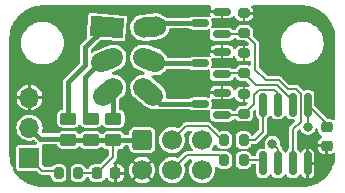
<source format=gtl>
G04 #@! TF.GenerationSoftware,KiCad,Pcbnew,7.0.9*
G04 #@! TF.CreationDate,2025-02-16T20:28:53+01:00*
G04 #@! TF.ProjectId,sao_pcb,73616f5f-7063-4622-9e6b-696361645f70,rev?*
G04 #@! TF.SameCoordinates,Original*
G04 #@! TF.FileFunction,Copper,L1,Top*
G04 #@! TF.FilePolarity,Positive*
%FSLAX46Y46*%
G04 Gerber Fmt 4.6, Leading zero omitted, Abs format (unit mm)*
G04 Created by KiCad (PCBNEW 7.0.9) date 2025-02-16 20:28:53*
%MOMM*%
%LPD*%
G01*
G04 APERTURE LIST*
G04 Aperture macros list*
%AMRoundRect*
0 Rectangle with rounded corners*
0 $1 Rounding radius*
0 $2 $3 $4 $5 $6 $7 $8 $9 X,Y pos of 4 corners*
0 Add a 4 corners polygon primitive as box body*
4,1,4,$2,$3,$4,$5,$6,$7,$8,$9,$2,$3,0*
0 Add four circle primitives for the rounded corners*
1,1,$1+$1,$2,$3*
1,1,$1+$1,$4,$5*
1,1,$1+$1,$6,$7*
1,1,$1+$1,$8,$9*
0 Add four rect primitives between the rounded corners*
20,1,$1+$1,$2,$3,$4,$5,0*
20,1,$1+$1,$4,$5,$6,$7,0*
20,1,$1+$1,$6,$7,$8,$9,0*
20,1,$1+$1,$8,$9,$2,$3,0*%
%AMHorizOval*
0 Thick line with rounded ends*
0 $1 width*
0 $2 $3 position (X,Y) of the first rounded end (center of the circle)*
0 $4 $5 position (X,Y) of the second rounded end (center of the circle)*
0 Add line between two ends*
20,1,$1,$2,$3,$4,$5,0*
0 Add two circle primitives to create the rounded ends*
1,1,$1,$2,$3*
1,1,$1,$4,$5*%
%AMRotRect*
0 Rectangle, with rotation*
0 The origin of the aperture is its center*
0 $1 length*
0 $2 width*
0 $3 Rotation angle, in degrees counterclockwise*
0 Add horizontal line*
21,1,$1,$2,0,0,$3*%
G04 Aperture macros list end*
G04 #@! TA.AperFunction,ComponentPad*
%ADD10RotRect,2.800000X1.700000X355.000000*%
G04 #@! TD*
G04 #@! TA.AperFunction,ComponentPad*
%ADD11HorizOval,1.700000X0.547907X0.047936X-0.547907X-0.047936X0*%
G04 #@! TD*
G04 #@! TA.AperFunction,ComponentPad*
%ADD12HorizOval,1.700000X0.509951X0.206034X-0.509951X-0.206034X0*%
G04 #@! TD*
G04 #@! TA.AperFunction,ComponentPad*
%ADD13HorizOval,1.700000X0.509951X-0.206034X-0.509951X0.206034X0*%
G04 #@! TD*
G04 #@! TA.AperFunction,ComponentPad*
%ADD14HorizOval,1.700000X0.421324X0.353533X-0.421324X-0.353533X0*%
G04 #@! TD*
G04 #@! TA.AperFunction,ComponentPad*
%ADD15HorizOval,1.700000X0.421324X-0.353533X-0.421324X0.353533X0*%
G04 #@! TD*
G04 #@! TA.AperFunction,ComponentPad*
%ADD16C,1.700000*%
G04 #@! TD*
G04 #@! TA.AperFunction,ComponentPad*
%ADD17RoundRect,0.250000X-0.600000X0.600000X-0.600000X-0.600000X0.600000X-0.600000X0.600000X0.600000X0*%
G04 #@! TD*
G04 #@! TA.AperFunction,SMDPad,CuDef*
%ADD18RoundRect,0.250000X0.450000X-0.262500X0.450000X0.262500X-0.450000X0.262500X-0.450000X-0.262500X0*%
G04 #@! TD*
G04 #@! TA.AperFunction,SMDPad,CuDef*
%ADD19RoundRect,0.150000X0.587500X0.150000X-0.587500X0.150000X-0.587500X-0.150000X0.587500X-0.150000X0*%
G04 #@! TD*
G04 #@! TA.AperFunction,SMDPad,CuDef*
%ADD20RoundRect,0.225000X-0.250000X0.225000X-0.250000X-0.225000X0.250000X-0.225000X0.250000X0.225000X0*%
G04 #@! TD*
G04 #@! TA.AperFunction,SMDPad,CuDef*
%ADD21RoundRect,0.200000X-0.275000X0.200000X-0.275000X-0.200000X0.275000X-0.200000X0.275000X0.200000X0*%
G04 #@! TD*
G04 #@! TA.AperFunction,SMDPad,CuDef*
%ADD22RoundRect,0.225000X-0.225000X-0.250000X0.225000X-0.250000X0.225000X0.250000X-0.225000X0.250000X0*%
G04 #@! TD*
G04 #@! TA.AperFunction,SMDPad,CuDef*
%ADD23RoundRect,0.200000X-0.200000X-0.275000X0.200000X-0.275000X0.200000X0.275000X-0.200000X0.275000X0*%
G04 #@! TD*
G04 #@! TA.AperFunction,SMDPad,CuDef*
%ADD24RoundRect,0.150000X-0.150000X0.825000X-0.150000X-0.825000X0.150000X-0.825000X0.150000X0.825000X0*%
G04 #@! TD*
G04 #@! TA.AperFunction,ComponentPad*
%ADD25O,1.700000X1.700000*%
G04 #@! TD*
G04 #@! TA.AperFunction,ComponentPad*
%ADD26R,1.700000X1.700000*%
G04 #@! TD*
G04 #@! TA.AperFunction,ViaPad*
%ADD27C,0.800000*%
G04 #@! TD*
G04 #@! TA.AperFunction,Conductor*
%ADD28C,0.400000*%
G04 #@! TD*
G04 #@! TA.AperFunction,Conductor*
%ADD29C,0.200000*%
G04 #@! TD*
G04 APERTURE END LIST*
D10*
X149452093Y-75635030D03*
D11*
X153087907Y-75635030D03*
D12*
X149490049Y-78429000D03*
D13*
X153049951Y-78429000D03*
D14*
X149578676Y-81116499D03*
D15*
X152961324Y-81116499D03*
D16*
X157535000Y-87740000D03*
X157535000Y-85200000D03*
X154995000Y-87740000D03*
X154995000Y-85200000D03*
X152455000Y-87740000D03*
D17*
X152455000Y-85200000D03*
D18*
X150000000Y-83400000D03*
X150000000Y-85225000D03*
X148100000Y-85212500D03*
X148100000Y-83387500D03*
X146200000Y-83387500D03*
X146200000Y-85212500D03*
D19*
X159200000Y-76250000D03*
X159200000Y-74350000D03*
X157325000Y-75300000D03*
D20*
X168065000Y-84125000D03*
X168065000Y-85675000D03*
D21*
X161062500Y-74475000D03*
X161062500Y-76125000D03*
D22*
X148625000Y-88000000D03*
X150175000Y-88000000D03*
D21*
X161062500Y-81325000D03*
X161062500Y-82975000D03*
D23*
X161025000Y-85200000D03*
X159375000Y-85200000D03*
D21*
X161062500Y-77875000D03*
X161062500Y-79525000D03*
D23*
X161025000Y-86900000D03*
X159375000Y-86900000D03*
D24*
X166470000Y-82225000D03*
X165200000Y-82225000D03*
X163930000Y-82225000D03*
X162660000Y-82225000D03*
X162660000Y-87175000D03*
X163930000Y-87175000D03*
X165200000Y-87175000D03*
X166470000Y-87175000D03*
D19*
X157325000Y-78700000D03*
X159200000Y-77750000D03*
X159200000Y-79650000D03*
D25*
X142900000Y-81620000D03*
X142900000Y-84160000D03*
D26*
X142900000Y-86700000D03*
D23*
X147025000Y-88000000D03*
X145375000Y-88000000D03*
D19*
X159200000Y-83100000D03*
X159200000Y-81200000D03*
X157325000Y-82150000D03*
D27*
X141700000Y-85200000D03*
X159500000Y-88500000D03*
X154300000Y-83000000D03*
X145300000Y-82000000D03*
X146500000Y-78300000D03*
X146300000Y-74600000D03*
X157500000Y-80400000D03*
X157400000Y-76800000D03*
X157600000Y-83200000D03*
X160100000Y-82200000D03*
X160100000Y-75400000D03*
X160100000Y-78700000D03*
X151200000Y-82500000D03*
X141800000Y-78500000D03*
X144200000Y-88699998D03*
X156500000Y-74300000D03*
X168000000Y-87300000D03*
X164000000Y-79200000D03*
X168200000Y-79200000D03*
X164900000Y-74500000D03*
X162800000Y-74500000D03*
X168200000Y-81600000D03*
X166465000Y-84100000D03*
X163465000Y-85500000D03*
D28*
X153910000Y-82150000D02*
X152540000Y-80780000D01*
X157325000Y-82150000D02*
X153910000Y-82150000D01*
X153000000Y-78700000D02*
X152540000Y-78240000D01*
X157325000Y-78700000D02*
X153000000Y-78700000D01*
X150000000Y-83387500D02*
X150000000Y-80780000D01*
X149260000Y-78240000D02*
X150000000Y-78240000D01*
X147630000Y-79870000D02*
X149260000Y-78240000D01*
X147630000Y-82917500D02*
X147630000Y-79870000D01*
X152940000Y-75300000D02*
X152540000Y-75700000D01*
X157325000Y-75300000D02*
X152940000Y-75300000D01*
X149300000Y-75700000D02*
X150000000Y-75700000D01*
X147630000Y-77370000D02*
X149300000Y-75700000D01*
X147630000Y-78870000D02*
X147630000Y-77370000D01*
X146200000Y-83387500D02*
X146200000Y-80300000D01*
X148100000Y-83387500D02*
X147630000Y-82917500D01*
X146200000Y-80300000D02*
X147630000Y-78870000D01*
D29*
X163930000Y-81250001D02*
X163930000Y-82225000D01*
X163629999Y-80950000D02*
X163930000Y-81250001D01*
X162315000Y-80950000D02*
X163629999Y-80950000D01*
X161900000Y-82137500D02*
X161900000Y-81365000D01*
X161900000Y-81365000D02*
X162315000Y-80950000D01*
X161062500Y-82975000D02*
X161900000Y-82137500D01*
X162087500Y-80550000D02*
X161062500Y-79525000D01*
X163870552Y-80550000D02*
X162087500Y-80550000D01*
X144000000Y-87800000D02*
X142900000Y-86700000D01*
X145375000Y-88000000D02*
X145175000Y-87800000D01*
D28*
X146072500Y-85085000D02*
X146200000Y-85212500D01*
X143825000Y-85085000D02*
X146072500Y-85085000D01*
X142900000Y-84160000D02*
X143825000Y-85085000D01*
D29*
X145175000Y-87800000D02*
X144000000Y-87800000D01*
X161025000Y-86900000D02*
X162385000Y-86900000D01*
X158975000Y-86500000D02*
X159375000Y-86900000D01*
X158011346Y-84050000D02*
X159161346Y-85200000D01*
X159161346Y-85200000D02*
X159275000Y-85200000D01*
X156145000Y-84050000D02*
X158011346Y-84050000D01*
X154995000Y-85200000D02*
X156145000Y-84050000D01*
X156235000Y-86500000D02*
X158975000Y-86500000D01*
X154995000Y-87740000D02*
X156235000Y-86500000D01*
D28*
X152442500Y-85212500D02*
X152455000Y-85200000D01*
X150000000Y-85212500D02*
X152442500Y-85212500D01*
D29*
X162385000Y-86900000D02*
X162660000Y-87175000D01*
X161062500Y-79525000D02*
X161125000Y-79525000D01*
X162000000Y-77062500D02*
X161062500Y-76125000D01*
X162000000Y-79235000D02*
X162000000Y-77062500D01*
X165200000Y-84304339D02*
X165200000Y-87175000D01*
X165865000Y-83639339D02*
X165200000Y-84304339D01*
X165490552Y-80900000D02*
X165865000Y-81274448D01*
X162915000Y-80150000D02*
X164036238Y-80150000D01*
X164786238Y-80900000D02*
X165490552Y-80900000D01*
X165865000Y-81274448D02*
X165865000Y-83639339D01*
X162000000Y-79235000D02*
X162915000Y-80150000D01*
X164036238Y-80150000D02*
X164786238Y-80900000D01*
X165200000Y-81879448D02*
X163870552Y-80550000D01*
X165200000Y-82225000D02*
X165200000Y-81879448D01*
X161965000Y-85200000D02*
X160925000Y-85200000D01*
X161025000Y-86900000D02*
X161300000Y-87175000D01*
X161965000Y-85200000D02*
X162660000Y-84505000D01*
X162660000Y-84505000D02*
X162660000Y-82225000D01*
D28*
X146200000Y-85212500D02*
X148100000Y-85212500D01*
X148100000Y-85212500D02*
X150000000Y-85212500D01*
D29*
X150000000Y-86625000D02*
X150000000Y-85212500D01*
X148625000Y-88000000D02*
X150000000Y-86625000D01*
X147025000Y-88000000D02*
X148625000Y-88000000D01*
X166465000Y-82230000D02*
X166470000Y-82225000D01*
X166465000Y-84100000D02*
X166465000Y-82230000D01*
X163465000Y-85500000D02*
X163930000Y-85965000D01*
X163930000Y-85965000D02*
X163930000Y-87175000D01*
X160937500Y-76250000D02*
X161062500Y-76125000D01*
X159200000Y-76250000D02*
X160937500Y-76250000D01*
X160937500Y-83100000D02*
X161062500Y-82975000D01*
X159200000Y-83100000D02*
X160937500Y-83100000D01*
X161062500Y-82837500D02*
X161062500Y-82975000D01*
X159325000Y-79525000D02*
X159200000Y-79650000D01*
X161062500Y-79525000D02*
X159325000Y-79525000D01*
X168065000Y-83820000D02*
X166470000Y-82225000D01*
X168065000Y-84125000D02*
X168065000Y-83820000D01*
G04 #@! TA.AperFunction,Conductor*
G36*
X158231814Y-73820185D02*
G01*
X158277569Y-73872989D01*
X158287513Y-73942147D01*
X158275260Y-73980795D01*
X158227333Y-74074855D01*
X158212500Y-74168513D01*
X158212500Y-74225000D01*
X159201000Y-74225000D01*
X159268039Y-74244685D01*
X159313794Y-74297489D01*
X159325000Y-74349000D01*
X159325000Y-74899999D01*
X159818979Y-74899999D01*
X159912649Y-74885164D01*
X159912655Y-74885162D01*
X160025541Y-74827643D01*
X160025550Y-74827636D01*
X160115136Y-74738050D01*
X160120874Y-74730153D01*
X160123243Y-74731874D01*
X160160438Y-74692483D01*
X160228257Y-74675679D01*
X160294395Y-74698208D01*
X160337853Y-74752918D01*
X160340004Y-74758612D01*
X160385153Y-74887645D01*
X160465707Y-74996792D01*
X160574854Y-75077346D01*
X160702897Y-75122149D01*
X160733292Y-75124999D01*
X160937499Y-75124999D01*
X160937500Y-75124998D01*
X160937500Y-74600000D01*
X161187500Y-74600000D01*
X161187500Y-75124999D01*
X161391696Y-75124999D01*
X161422106Y-75122148D01*
X161550145Y-75077346D01*
X161659292Y-74996792D01*
X161739846Y-74887645D01*
X161784649Y-74759604D01*
X161784649Y-74759600D01*
X161787500Y-74729206D01*
X161787500Y-74600000D01*
X161187500Y-74600000D01*
X160937500Y-74600000D01*
X160937500Y-74474000D01*
X160957185Y-74406961D01*
X161009989Y-74361206D01*
X161061500Y-74350000D01*
X161787499Y-74350000D01*
X161787499Y-74220803D01*
X161784648Y-74190393D01*
X161739846Y-74062354D01*
X161692449Y-73998134D01*
X161668478Y-73932505D01*
X161683793Y-73864335D01*
X161733533Y-73815266D01*
X161792219Y-73800500D01*
X165960118Y-73800500D01*
X165998258Y-73800500D01*
X166001735Y-73800598D01*
X166148378Y-73808832D01*
X166309976Y-73817908D01*
X166316867Y-73818684D01*
X166575799Y-73862678D01*
X166619509Y-73870105D01*
X166626293Y-73871653D01*
X166921270Y-73956635D01*
X166927834Y-73958932D01*
X167211449Y-74076408D01*
X167217697Y-74079418D01*
X167378903Y-74168513D01*
X167486373Y-74227910D01*
X167492265Y-74231612D01*
X167742623Y-74409250D01*
X167748050Y-74413578D01*
X167879981Y-74531479D01*
X167976946Y-74618133D01*
X167981866Y-74623053D01*
X168063691Y-74714614D01*
X168186420Y-74851947D01*
X168190749Y-74857376D01*
X168368387Y-75107734D01*
X168372089Y-75113626D01*
X168520577Y-75382293D01*
X168523594Y-75388558D01*
X168543390Y-75436349D01*
X168641066Y-75672162D01*
X168643364Y-75678729D01*
X168728346Y-75973706D01*
X168729894Y-75980490D01*
X168781313Y-76283118D01*
X168782092Y-76290032D01*
X168799402Y-76598264D01*
X168799500Y-76601741D01*
X168799500Y-83420998D01*
X168779815Y-83488037D01*
X168727011Y-83533792D01*
X168657853Y-83543736D01*
X168601190Y-83520265D01*
X168545230Y-83478374D01*
X168545227Y-83478373D01*
X168545226Y-83478372D01*
X168417114Y-83430588D01*
X168417112Y-83430587D01*
X168417110Y-83430587D01*
X168360501Y-83424500D01*
X168360485Y-83424500D01*
X168216543Y-83424500D01*
X168149504Y-83404815D01*
X168128862Y-83388181D01*
X167056818Y-82316136D01*
X167023333Y-82254813D01*
X167020499Y-82228455D01*
X167020499Y-81368482D01*
X167020499Y-81368481D01*
X167005646Y-81274696D01*
X166948050Y-81161658D01*
X166948046Y-81161654D01*
X166948045Y-81161652D01*
X166858347Y-81071954D01*
X166858344Y-81071952D01*
X166858342Y-81071950D01*
X166781517Y-81032805D01*
X166745301Y-81014352D01*
X166651524Y-80999500D01*
X166288482Y-80999500D01*
X166224581Y-81009621D01*
X166194696Y-81014354D01*
X166194694Y-81014354D01*
X166185058Y-81015881D01*
X166184803Y-81014270D01*
X166126085Y-81015944D01*
X166069936Y-80983701D01*
X165773189Y-80686955D01*
X165757063Y-80667098D01*
X165751989Y-80659331D01*
X165726039Y-80639133D01*
X165720293Y-80634059D01*
X165717859Y-80631625D01*
X165717858Y-80631624D01*
X165717857Y-80631623D01*
X165711400Y-80627013D01*
X165700113Y-80618955D01*
X165659678Y-80587483D01*
X165659674Y-80587481D01*
X165653200Y-80583977D01*
X165646621Y-80580760D01*
X165597506Y-80566138D01*
X165549038Y-80549498D01*
X165541821Y-80548294D01*
X165534505Y-80547382D01*
X165485277Y-80549419D01*
X165483321Y-80549500D01*
X164982782Y-80549500D01*
X164915743Y-80529815D01*
X164895101Y-80513181D01*
X164318875Y-79936955D01*
X164302749Y-79917098D01*
X164297675Y-79909331D01*
X164271725Y-79889133D01*
X164265979Y-79884059D01*
X164263545Y-79881625D01*
X164263544Y-79881624D01*
X164263543Y-79881623D01*
X164251093Y-79872735D01*
X164245799Y-79868955D01*
X164205364Y-79837483D01*
X164205360Y-79837481D01*
X164198886Y-79833977D01*
X164192307Y-79830760D01*
X164143192Y-79816138D01*
X164094724Y-79799498D01*
X164087507Y-79798294D01*
X164080191Y-79797382D01*
X164030963Y-79799419D01*
X164029007Y-79799500D01*
X163111544Y-79799500D01*
X163044505Y-79779815D01*
X163023863Y-79763181D01*
X162386819Y-79126137D01*
X162353334Y-79064814D01*
X162350500Y-79038456D01*
X162350500Y-77111706D01*
X162353139Y-77086260D01*
X162355042Y-77077185D01*
X162352782Y-77059061D01*
X162350977Y-77044568D01*
X162350500Y-77036891D01*
X162350500Y-77033463D01*
X162350498Y-77033450D01*
X162346910Y-77011949D01*
X162345421Y-77000004D01*
X164194451Y-77000004D01*
X164214616Y-77269101D01*
X164274664Y-77532188D01*
X164274666Y-77532195D01*
X164364282Y-77760532D01*
X164373257Y-77783398D01*
X164508185Y-78017102D01*
X164631405Y-78171614D01*
X164676442Y-78228089D01*
X164856029Y-78394720D01*
X164874259Y-78411635D01*
X165097226Y-78563651D01*
X165340359Y-78680738D01*
X165598228Y-78760280D01*
X165598229Y-78760280D01*
X165598232Y-78760281D01*
X165865063Y-78800499D01*
X165865068Y-78800499D01*
X165865071Y-78800500D01*
X165865072Y-78800500D01*
X166134928Y-78800500D01*
X166134929Y-78800500D01*
X166134936Y-78800499D01*
X166401767Y-78760281D01*
X166401768Y-78760280D01*
X166401772Y-78760280D01*
X166659641Y-78680738D01*
X166866286Y-78581223D01*
X166902767Y-78563655D01*
X166902767Y-78563654D01*
X166902775Y-78563651D01*
X167125741Y-78411635D01*
X167323561Y-78228085D01*
X167491815Y-78017102D01*
X167626743Y-77783398D01*
X167725334Y-77532195D01*
X167785383Y-77269103D01*
X167794733Y-77144334D01*
X167805549Y-77000004D01*
X167805549Y-76999995D01*
X167785383Y-76730898D01*
X167784732Y-76728045D01*
X167725334Y-76467805D01*
X167626743Y-76216602D01*
X167491815Y-75982898D01*
X167323561Y-75771915D01*
X167323560Y-75771914D01*
X167323557Y-75771910D01*
X167125741Y-75588365D01*
X167028705Y-75522207D01*
X166902775Y-75436349D01*
X166902769Y-75436346D01*
X166902768Y-75436345D01*
X166902767Y-75436344D01*
X166659643Y-75319263D01*
X166659645Y-75319263D01*
X166401773Y-75239720D01*
X166401767Y-75239718D01*
X166134936Y-75199500D01*
X166134929Y-75199500D01*
X165865071Y-75199500D01*
X165865063Y-75199500D01*
X165598232Y-75239718D01*
X165598226Y-75239720D01*
X165340358Y-75319262D01*
X165097230Y-75436346D01*
X164874258Y-75588365D01*
X164676442Y-75771910D01*
X164508185Y-75982898D01*
X164373258Y-76216599D01*
X164373256Y-76216603D01*
X164274666Y-76467804D01*
X164274664Y-76467811D01*
X164214616Y-76730898D01*
X164194451Y-76999995D01*
X164194451Y-77000004D01*
X162345421Y-77000004D01*
X162345420Y-76999995D01*
X162340573Y-76961107D01*
X162340572Y-76961104D01*
X162338518Y-76954204D01*
X162338475Y-76954079D01*
X162338437Y-76953953D01*
X162336092Y-76947118D01*
X162311704Y-76902055D01*
X162289199Y-76856018D01*
X162284919Y-76850024D01*
X162280419Y-76844243D01*
X162242724Y-76809541D01*
X161824319Y-76391136D01*
X161790834Y-76329813D01*
X161788000Y-76303455D01*
X161788000Y-75870730D01*
X161785146Y-75840300D01*
X161785146Y-75840298D01*
X161741075Y-75714354D01*
X161740293Y-75712118D01*
X161659650Y-75602850D01*
X161550382Y-75522207D01*
X161550380Y-75522206D01*
X161422200Y-75477353D01*
X161391770Y-75474500D01*
X161391766Y-75474500D01*
X160733234Y-75474500D01*
X160733230Y-75474500D01*
X160702800Y-75477353D01*
X160702798Y-75477353D01*
X160574619Y-75522206D01*
X160574617Y-75522207D01*
X160465350Y-75602850D01*
X160384707Y-75712117D01*
X160348197Y-75816456D01*
X160307475Y-75873231D01*
X160242522Y-75898978D01*
X160231156Y-75899500D01*
X160204755Y-75899500D01*
X160137716Y-75879815D01*
X160117074Y-75863181D01*
X160025847Y-75771954D01*
X160025844Y-75771952D01*
X160025842Y-75771950D01*
X159949017Y-75732805D01*
X159912801Y-75714352D01*
X159819024Y-75699500D01*
X158580982Y-75699500D01*
X158487196Y-75714354D01*
X158473224Y-75721473D01*
X158404555Y-75734367D01*
X158339815Y-75708088D01*
X158299560Y-75650981D01*
X158296732Y-75584960D01*
X158296620Y-75584943D01*
X158296707Y-75584389D01*
X158296570Y-75581175D01*
X158298019Y-75576105D01*
X158306556Y-75522206D01*
X158313000Y-75481519D01*
X158312999Y-75118482D01*
X158298146Y-75024696D01*
X158298145Y-75024694D01*
X158296619Y-75015057D01*
X158298445Y-75014767D01*
X158296784Y-74956831D01*
X158332858Y-74896995D01*
X158395555Y-74866160D01*
X158464971Y-74874116D01*
X158473009Y-74877856D01*
X158487355Y-74885166D01*
X158581014Y-74899999D01*
X159074999Y-74899999D01*
X159075000Y-74899998D01*
X159075000Y-74475000D01*
X158212501Y-74475000D01*
X158212501Y-74531479D01*
X158228862Y-74634787D01*
X158226981Y-74635084D01*
X158228626Y-74692844D01*
X158192541Y-74752673D01*
X158129837Y-74783496D01*
X158060423Y-74775525D01*
X158052410Y-74771796D01*
X158037802Y-74764353D01*
X158037801Y-74764352D01*
X157944024Y-74749500D01*
X156705982Y-74749500D01*
X156625019Y-74762323D01*
X156612196Y-74764354D01*
X156499158Y-74821950D01*
X156499157Y-74821950D01*
X156499153Y-74821953D01*
X156493829Y-74825821D01*
X156428022Y-74849298D01*
X156420948Y-74849500D01*
X154510359Y-74849500D01*
X154443320Y-74829815D01*
X154416004Y-74805956D01*
X154405023Y-74793078D01*
X154240853Y-74661853D01*
X154054820Y-74564070D01*
X154054815Y-74564068D01*
X153853643Y-74503261D01*
X153853630Y-74503259D01*
X153734266Y-74490905D01*
X153644584Y-74481623D01*
X153644582Y-74481623D01*
X153644581Y-74481623D01*
X152391856Y-74591222D01*
X152236974Y-74619801D01*
X152041236Y-74696366D01*
X151863537Y-74808584D01*
X151710284Y-74952407D01*
X151710281Y-74952410D01*
X151587021Y-75122630D01*
X151587017Y-75122637D01*
X151498198Y-75313109D01*
X151498196Y-75313115D01*
X151447028Y-75516960D01*
X151435362Y-75726805D01*
X151463621Y-75935070D01*
X151508613Y-76068475D01*
X151530785Y-76134219D01*
X151634423Y-76317059D01*
X151770790Y-76476981D01*
X151922522Y-76598264D01*
X151934960Y-76608206D01*
X152114368Y-76702507D01*
X152120997Y-76705991D01*
X152322177Y-76766800D01*
X152531230Y-76788437D01*
X153598001Y-76695106D01*
X153783957Y-76678837D01*
X153938839Y-76650258D01*
X153938841Y-76650257D01*
X153938847Y-76650256D01*
X154134576Y-76573694D01*
X154312278Y-76461474D01*
X154465530Y-76317651D01*
X154465532Y-76317649D01*
X154588792Y-76147429D01*
X154588796Y-76147424D01*
X154677617Y-75956946D01*
X154705890Y-75844310D01*
X154741304Y-75784081D01*
X154803659Y-75752559D01*
X154826159Y-75750500D01*
X156420948Y-75750500D01*
X156487987Y-75770185D01*
X156493829Y-75774179D01*
X156499153Y-75778046D01*
X156499155Y-75778047D01*
X156499158Y-75778050D01*
X156612194Y-75835645D01*
X156612198Y-75835647D01*
X156705975Y-75850499D01*
X156705981Y-75850500D01*
X157944018Y-75850499D01*
X158037804Y-75835646D01*
X158051773Y-75828528D01*
X158120438Y-75815632D01*
X158185179Y-75841907D01*
X158225437Y-75899012D01*
X158228268Y-75965039D01*
X158228380Y-75965057D01*
X158228293Y-75965605D01*
X158228431Y-75968818D01*
X158226981Y-75973888D01*
X158212000Y-76068475D01*
X158212000Y-76431517D01*
X158219200Y-76476977D01*
X158226854Y-76525304D01*
X158284450Y-76638342D01*
X158284452Y-76638344D01*
X158284454Y-76638347D01*
X158374152Y-76728045D01*
X158374154Y-76728046D01*
X158374158Y-76728050D01*
X158487194Y-76785645D01*
X158487198Y-76785647D01*
X158580975Y-76800499D01*
X158580981Y-76800500D01*
X159819018Y-76800499D01*
X159912804Y-76785646D01*
X160025842Y-76728050D01*
X160058786Y-76695106D01*
X160117074Y-76636819D01*
X160178397Y-76603334D01*
X160204755Y-76600500D01*
X160368323Y-76600500D01*
X160435362Y-76620185D01*
X160457975Y-76641382D01*
X160458779Y-76640579D01*
X160465348Y-76647148D01*
X160465349Y-76647148D01*
X160465350Y-76647150D01*
X160574618Y-76727793D01*
X160617345Y-76742744D01*
X160702799Y-76772646D01*
X160733230Y-76775500D01*
X160733234Y-76775500D01*
X161165956Y-76775500D01*
X161232995Y-76795185D01*
X161253637Y-76811819D01*
X161455137Y-77013319D01*
X161488622Y-77074642D01*
X161483638Y-77144334D01*
X161441766Y-77200267D01*
X161376302Y-77224684D01*
X161367456Y-77225000D01*
X161187500Y-77225000D01*
X161187500Y-78524999D01*
X161391696Y-78524999D01*
X161422107Y-78522147D01*
X161422109Y-78522147D01*
X161484545Y-78500300D01*
X161554323Y-78496737D01*
X161614951Y-78531466D01*
X161647179Y-78593459D01*
X161649500Y-78617341D01*
X161649500Y-78782128D01*
X161629815Y-78849167D01*
X161577011Y-78894922D01*
X161507853Y-78904866D01*
X161484545Y-78899169D01*
X161422201Y-78877354D01*
X161422199Y-78877353D01*
X161391770Y-78874500D01*
X161391766Y-78874500D01*
X160733234Y-78874500D01*
X160733230Y-78874500D01*
X160702800Y-78877353D01*
X160702798Y-78877353D01*
X160574619Y-78922206D01*
X160574617Y-78922207D01*
X160490364Y-78984389D01*
X160465350Y-79002850D01*
X160394020Y-79099500D01*
X160379189Y-79119595D01*
X160377214Y-79118137D01*
X160337920Y-79158515D01*
X160277020Y-79174500D01*
X160060616Y-79174500D01*
X160004323Y-79160985D01*
X159952082Y-79134367D01*
X159912801Y-79114352D01*
X159819024Y-79099500D01*
X158580982Y-79099500D01*
X158487196Y-79114354D01*
X158473224Y-79121473D01*
X158404555Y-79134367D01*
X158339815Y-79108088D01*
X158299560Y-79050981D01*
X158296732Y-78984960D01*
X158296620Y-78984943D01*
X158296707Y-78984389D01*
X158296570Y-78981175D01*
X158298019Y-78976105D01*
X158309302Y-78904866D01*
X158313000Y-78881519D01*
X158312999Y-78518482D01*
X158298146Y-78424696D01*
X158298145Y-78424694D01*
X158296619Y-78415057D01*
X158298445Y-78414767D01*
X158296784Y-78356831D01*
X158332858Y-78296995D01*
X158395555Y-78266160D01*
X158464971Y-78274116D01*
X158473009Y-78277856D01*
X158487355Y-78285166D01*
X158581014Y-78299999D01*
X159074999Y-78299999D01*
X159075000Y-78299998D01*
X159075000Y-77875000D01*
X158212501Y-77875000D01*
X158212501Y-77931479D01*
X158228862Y-78034787D01*
X158226981Y-78035084D01*
X158228626Y-78092844D01*
X158192541Y-78152673D01*
X158129837Y-78183496D01*
X158060423Y-78175525D01*
X158052410Y-78171796D01*
X158037802Y-78164353D01*
X158037801Y-78164352D01*
X157944024Y-78149500D01*
X156705982Y-78149500D01*
X156625019Y-78162323D01*
X156612196Y-78164354D01*
X156499158Y-78221950D01*
X156499157Y-78221950D01*
X156499153Y-78221953D01*
X156493829Y-78225821D01*
X156428022Y-78249298D01*
X156420948Y-78249500D01*
X154673364Y-78249500D01*
X154606325Y-78229815D01*
X154560570Y-78177011D01*
X154560407Y-78176654D01*
X154554836Y-78164352D01*
X154519047Y-78085323D01*
X154397681Y-77913737D01*
X154290279Y-77810677D01*
X154246035Y-77768221D01*
X154246034Y-77768220D01*
X154069590Y-77654034D01*
X154069588Y-77654033D01*
X153997729Y-77625000D01*
X158212500Y-77625000D01*
X159075000Y-77625000D01*
X159075000Y-77200000D01*
X159325000Y-77200000D01*
X159325000Y-78299999D01*
X159818979Y-78299999D01*
X159912649Y-78285164D01*
X159912655Y-78285162D01*
X160025541Y-78227643D01*
X160025550Y-78227636D01*
X160115136Y-78138050D01*
X160120874Y-78130153D01*
X160123243Y-78131874D01*
X160160438Y-78092483D01*
X160228257Y-78075679D01*
X160294395Y-78098208D01*
X160337853Y-78152918D01*
X160340004Y-78158612D01*
X160385153Y-78287645D01*
X160465707Y-78396792D01*
X160574854Y-78477346D01*
X160702897Y-78522149D01*
X160733292Y-78524999D01*
X160937499Y-78524999D01*
X160937500Y-78524998D01*
X160937500Y-77225000D01*
X160733304Y-77225000D01*
X160702893Y-77227851D01*
X160574854Y-77272653D01*
X160465707Y-77353207D01*
X160379636Y-77469831D01*
X160378509Y-77468999D01*
X160336630Y-77512027D01*
X160268564Y-77527800D01*
X160202776Y-77504271D01*
X160165253Y-77460304D01*
X160115141Y-77361956D01*
X160115136Y-77361949D01*
X160025550Y-77272363D01*
X160025546Y-77272360D01*
X159912644Y-77214833D01*
X159818986Y-77200000D01*
X159325000Y-77200000D01*
X159075000Y-77200000D01*
X158581020Y-77200000D01*
X158487350Y-77214835D01*
X158487344Y-77214837D01*
X158374458Y-77272356D01*
X158374449Y-77272363D01*
X158284863Y-77361949D01*
X158284860Y-77361953D01*
X158227333Y-77474855D01*
X158212500Y-77568513D01*
X158212500Y-77625000D01*
X153997729Y-77625000D01*
X152903652Y-77182963D01*
X152752661Y-77138107D01*
X152752662Y-77138107D01*
X152543511Y-77117465D01*
X152334234Y-77136777D01*
X152334225Y-77136779D01*
X152132389Y-77195349D01*
X152132385Y-77195350D01*
X152132385Y-77195351D01*
X151945273Y-77291063D01*
X151941660Y-77293886D01*
X151779658Y-77420455D01*
X151641522Y-77578852D01*
X151535859Y-77760532D01*
X151466488Y-77958928D01*
X151435919Y-78166858D01*
X151435919Y-78166859D01*
X151445253Y-78376823D01*
X151494152Y-78581221D01*
X151494153Y-78581223D01*
X151575241Y-78760281D01*
X151580855Y-78772676D01*
X151580859Y-78772684D01*
X151665378Y-78892175D01*
X151702221Y-78944263D01*
X151853867Y-79089779D01*
X152030312Y-79203966D01*
X152450883Y-79373888D01*
X152570917Y-79422385D01*
X152625701Y-79465750D01*
X152648344Y-79531849D01*
X152631656Y-79599697D01*
X152580936Y-79647751D01*
X152520533Y-79661293D01*
X152469885Y-79659686D01*
X152469884Y-79659686D01*
X152469879Y-79659686D01*
X152262363Y-79692891D01*
X152262357Y-79692892D01*
X152262354Y-79692893D01*
X152262349Y-79692894D01*
X152262348Y-79692895D01*
X152064863Y-79764772D01*
X152064859Y-79764774D01*
X151884542Y-79872730D01*
X151884535Y-79872735D01*
X151727904Y-80012869D01*
X151600623Y-80180114D01*
X151600622Y-80180115D01*
X151507295Y-80368421D01*
X151507293Y-80368427D01*
X151451288Y-80570997D01*
X151434632Y-80780506D01*
X151457929Y-80989382D01*
X151520333Y-81190077D01*
X151619584Y-81375321D01*
X151619589Y-81375328D01*
X151741736Y-81525679D01*
X151752112Y-81538450D01*
X152715420Y-82346762D01*
X152845154Y-82436077D01*
X153037693Y-82520341D01*
X153242695Y-82566643D01*
X153242699Y-82566644D01*
X153452763Y-82573312D01*
X153629545Y-82545025D01*
X153698852Y-82553869D01*
X153703860Y-82556640D01*
X153703957Y-82556440D01*
X153712319Y-82560467D01*
X153712327Y-82560472D01*
X153759629Y-82575062D01*
X153769177Y-82578007D01*
X153825297Y-82597645D01*
X153825299Y-82597645D01*
X153825301Y-82597646D01*
X153825302Y-82597646D01*
X153833698Y-82599234D01*
X153842095Y-82600500D01*
X153842098Y-82600500D01*
X153901559Y-82600500D01*
X153961009Y-82602725D01*
X153961009Y-82602724D01*
X153961010Y-82602725D01*
X153961010Y-82602724D01*
X153970242Y-82601685D01*
X153970335Y-82602513D01*
X153985639Y-82600500D01*
X156420948Y-82600500D01*
X156487987Y-82620185D01*
X156493829Y-82624179D01*
X156499153Y-82628046D01*
X156499155Y-82628047D01*
X156499158Y-82628050D01*
X156603474Y-82681202D01*
X156612198Y-82685647D01*
X156705975Y-82700499D01*
X156705981Y-82700500D01*
X157944018Y-82700499D01*
X158037804Y-82685646D01*
X158051773Y-82678528D01*
X158120438Y-82665632D01*
X158185179Y-82691907D01*
X158225437Y-82749012D01*
X158228268Y-82815039D01*
X158228380Y-82815057D01*
X158228293Y-82815605D01*
X158228431Y-82818818D01*
X158226981Y-82823888D01*
X158212000Y-82918475D01*
X158212000Y-83281517D01*
X158215358Y-83302717D01*
X158226854Y-83375304D01*
X158284450Y-83488342D01*
X158284452Y-83488344D01*
X158284454Y-83488347D01*
X158361190Y-83565083D01*
X158368714Y-83578862D01*
X158380399Y-83581230D01*
X158487193Y-83635645D01*
X158487198Y-83635647D01*
X158580975Y-83650499D01*
X158580981Y-83650500D01*
X159819018Y-83650499D01*
X159912804Y-83635646D01*
X160025842Y-83578050D01*
X160070100Y-83533792D01*
X160117074Y-83486819D01*
X160178397Y-83453334D01*
X160204755Y-83450500D01*
X160368323Y-83450500D01*
X160435362Y-83470185D01*
X160457975Y-83491382D01*
X160458779Y-83490579D01*
X160465348Y-83497148D01*
X160465349Y-83497148D01*
X160465350Y-83497150D01*
X160574618Y-83577793D01*
X160615637Y-83592146D01*
X160702799Y-83622646D01*
X160733230Y-83625500D01*
X160733234Y-83625500D01*
X161391770Y-83625500D01*
X161422199Y-83622646D01*
X161422201Y-83622646D01*
X161509363Y-83592146D01*
X161550382Y-83577793D01*
X161659650Y-83497150D01*
X161740293Y-83387882D01*
X161762719Y-83323790D01*
X161785146Y-83259701D01*
X161785146Y-83259699D01*
X161788000Y-83229269D01*
X161788000Y-82796542D01*
X161807685Y-82729503D01*
X161824315Y-82708865D01*
X161897820Y-82635360D01*
X161959142Y-82601876D01*
X162028834Y-82606860D01*
X162084767Y-82648732D01*
X162109184Y-82714196D01*
X162109500Y-82723042D01*
X162109500Y-83081517D01*
X162111949Y-83096977D01*
X162124354Y-83175304D01*
X162181950Y-83288342D01*
X162271658Y-83378050D01*
X162271660Y-83378051D01*
X162273181Y-83379572D01*
X162306666Y-83440895D01*
X162309500Y-83467254D01*
X162309500Y-84308456D01*
X162289815Y-84375495D01*
X162273181Y-84396137D01*
X161856137Y-84813181D01*
X161794814Y-84846666D01*
X161768456Y-84849500D01*
X161763847Y-84849500D01*
X161696808Y-84829815D01*
X161651053Y-84777011D01*
X161646812Y-84766471D01*
X161627793Y-84712118D01*
X161547150Y-84602850D01*
X161437882Y-84522207D01*
X161437880Y-84522206D01*
X161309700Y-84477353D01*
X161279270Y-84474500D01*
X161279266Y-84474500D01*
X160770734Y-84474500D01*
X160770730Y-84474500D01*
X160740300Y-84477353D01*
X160740298Y-84477353D01*
X160612119Y-84522206D01*
X160612117Y-84522207D01*
X160502850Y-84602850D01*
X160422207Y-84712117D01*
X160422206Y-84712119D01*
X160377353Y-84840298D01*
X160377353Y-84840300D01*
X160374500Y-84870730D01*
X160374500Y-85529269D01*
X160377353Y-85559699D01*
X160377353Y-85559701D01*
X160422206Y-85687880D01*
X160422207Y-85687882D01*
X160502850Y-85797150D01*
X160612118Y-85877793D01*
X160654845Y-85892744D01*
X160740299Y-85922646D01*
X160770730Y-85925500D01*
X160770734Y-85925500D01*
X161279270Y-85925500D01*
X161309699Y-85922646D01*
X161309701Y-85922646D01*
X161373790Y-85900219D01*
X161437882Y-85877793D01*
X161547150Y-85797150D01*
X161627793Y-85687882D01*
X161646806Y-85633543D01*
X161687527Y-85576769D01*
X161752480Y-85551022D01*
X161763847Y-85550500D01*
X161915789Y-85550500D01*
X161941234Y-85553138D01*
X161950315Y-85555043D01*
X161966005Y-85553087D01*
X161982939Y-85550977D01*
X161990615Y-85550500D01*
X161994035Y-85550500D01*
X161994040Y-85550500D01*
X161997608Y-85549904D01*
X162015539Y-85546913D01*
X162042958Y-85543494D01*
X162066393Y-85540573D01*
X162066402Y-85540568D01*
X162073451Y-85538470D01*
X162080377Y-85536092D01*
X162080381Y-85536092D01*
X162125444Y-85511704D01*
X162171484Y-85489198D01*
X162171487Y-85489194D01*
X162177453Y-85484935D01*
X162183254Y-85480419D01*
X162183258Y-85480418D01*
X162217957Y-85442724D01*
X162873046Y-84787634D01*
X162892902Y-84771511D01*
X162900669Y-84766437D01*
X162920873Y-84740477D01*
X162925941Y-84734739D01*
X162928375Y-84732307D01*
X162941044Y-84714562D01*
X162972517Y-84674126D01*
X162972518Y-84674120D01*
X162976017Y-84667656D01*
X162979235Y-84661071D01*
X162979239Y-84661067D01*
X162993858Y-84611962D01*
X163010500Y-84563488D01*
X163010500Y-84563481D01*
X163011706Y-84556256D01*
X163012617Y-84548952D01*
X163010500Y-84497770D01*
X163010500Y-83467254D01*
X163030185Y-83400215D01*
X163046819Y-83379572D01*
X163048339Y-83378051D01*
X163048342Y-83378050D01*
X163138050Y-83288342D01*
X163184516Y-83197145D01*
X163232490Y-83146352D01*
X163300311Y-83129557D01*
X163366445Y-83152094D01*
X163405482Y-83197145D01*
X163451950Y-83288342D01*
X163451951Y-83288343D01*
X163451954Y-83288347D01*
X163541652Y-83378045D01*
X163541654Y-83378046D01*
X163541658Y-83378050D01*
X163632821Y-83424500D01*
X163654698Y-83435647D01*
X163748475Y-83450499D01*
X163748481Y-83450500D01*
X164111518Y-83450499D01*
X164205304Y-83435646D01*
X164318342Y-83378050D01*
X164408050Y-83288342D01*
X164454516Y-83197145D01*
X164502490Y-83146352D01*
X164570311Y-83129557D01*
X164636445Y-83152094D01*
X164675482Y-83197145D01*
X164721950Y-83288342D01*
X164721951Y-83288343D01*
X164721954Y-83288347D01*
X164811652Y-83378045D01*
X164811654Y-83378046D01*
X164811658Y-83378050D01*
X164902821Y-83424500D01*
X164924698Y-83435647D01*
X165018475Y-83450499D01*
X165018481Y-83450500D01*
X165258795Y-83450499D01*
X165325834Y-83470183D01*
X165371589Y-83522987D01*
X165381533Y-83592146D01*
X165352508Y-83655701D01*
X165346476Y-83662180D01*
X164986955Y-84021700D01*
X164967106Y-84037821D01*
X164959331Y-84042901D01*
X164939143Y-84068837D01*
X164934067Y-84074587D01*
X164931634Y-84077020D01*
X164931623Y-84077033D01*
X164918954Y-84094777D01*
X164887483Y-84135211D01*
X164883975Y-84141692D01*
X164880760Y-84148271D01*
X164866138Y-84197384D01*
X164849498Y-84245855D01*
X164848294Y-84253072D01*
X164847382Y-84260385D01*
X164849500Y-84311569D01*
X164849500Y-85932745D01*
X164829815Y-85999784D01*
X164813181Y-86020426D01*
X164721954Y-86111652D01*
X164721949Y-86111659D01*
X164675483Y-86202852D01*
X164627508Y-86253648D01*
X164559687Y-86270442D01*
X164493552Y-86247904D01*
X164454516Y-86202852D01*
X164408050Y-86111658D01*
X164408047Y-86111655D01*
X164408045Y-86111652D01*
X164316819Y-86020426D01*
X164283334Y-85959103D01*
X164281390Y-85941030D01*
X164280923Y-85941069D01*
X164280500Y-85935974D01*
X164280500Y-85935960D01*
X164276910Y-85914449D01*
X164270573Y-85863607D01*
X164270572Y-85863604D01*
X164268518Y-85856704D01*
X164268475Y-85856579D01*
X164268437Y-85856453D01*
X164266092Y-85849618D01*
X164241704Y-85804555D01*
X164219199Y-85758518D01*
X164214919Y-85752524D01*
X164210419Y-85746743D01*
X164172725Y-85712042D01*
X164159207Y-85698525D01*
X164145688Y-85685006D01*
X164112204Y-85623686D01*
X164110274Y-85582384D01*
X164120278Y-85500000D01*
X164101237Y-85343182D01*
X164045220Y-85195477D01*
X163955483Y-85065470D01*
X163837240Y-84960717D01*
X163837238Y-84960716D01*
X163837237Y-84960715D01*
X163697365Y-84887303D01*
X163543986Y-84849500D01*
X163543985Y-84849500D01*
X163386015Y-84849500D01*
X163386014Y-84849500D01*
X163232634Y-84887303D01*
X163092762Y-84960715D01*
X162974516Y-85065471D01*
X162884781Y-85195475D01*
X162884780Y-85195476D01*
X162828762Y-85343181D01*
X162809722Y-85499999D01*
X162809722Y-85500000D01*
X162828763Y-85656818D01*
X162876059Y-85781529D01*
X162881426Y-85851192D01*
X162848278Y-85912699D01*
X162787140Y-85946520D01*
X162760117Y-85949500D01*
X162478482Y-85949500D01*
X162397519Y-85962323D01*
X162384696Y-85964354D01*
X162271658Y-86021950D01*
X162271657Y-86021951D01*
X162271652Y-86021954D01*
X162181954Y-86111652D01*
X162181951Y-86111657D01*
X162181950Y-86111658D01*
X162168458Y-86138138D01*
X162124352Y-86224698D01*
X162109500Y-86318475D01*
X162109500Y-86425500D01*
X162089815Y-86492539D01*
X162037011Y-86538294D01*
X161985500Y-86549500D01*
X161763847Y-86549500D01*
X161696808Y-86529815D01*
X161651053Y-86477011D01*
X161646812Y-86466471D01*
X161627793Y-86412118D01*
X161547150Y-86302850D01*
X161437882Y-86222207D01*
X161437880Y-86222206D01*
X161309700Y-86177353D01*
X161279270Y-86174500D01*
X161279266Y-86174500D01*
X160770734Y-86174500D01*
X160770730Y-86174500D01*
X160740300Y-86177353D01*
X160740298Y-86177353D01*
X160612119Y-86222206D01*
X160612117Y-86222207D01*
X160502850Y-86302850D01*
X160422207Y-86412117D01*
X160422206Y-86412119D01*
X160377353Y-86540298D01*
X160377353Y-86540300D01*
X160374500Y-86570730D01*
X160374500Y-87229269D01*
X160377353Y-87259699D01*
X160377353Y-87259701D01*
X160417524Y-87374500D01*
X160422207Y-87387882D01*
X160502850Y-87497150D01*
X160612118Y-87577793D01*
X160654845Y-87592744D01*
X160740299Y-87622646D01*
X160770730Y-87625500D01*
X160770734Y-87625500D01*
X161279270Y-87625500D01*
X161309699Y-87622646D01*
X161309701Y-87622646D01*
X161373790Y-87600219D01*
X161437882Y-87577793D01*
X161547150Y-87497150D01*
X161627793Y-87387882D01*
X161646806Y-87333543D01*
X161687527Y-87276769D01*
X161752480Y-87251022D01*
X161763847Y-87250500D01*
X161985501Y-87250500D01*
X162052540Y-87270185D01*
X162098295Y-87322989D01*
X162109501Y-87374500D01*
X162109501Y-88031518D01*
X162124354Y-88125304D01*
X162181950Y-88238342D01*
X162181952Y-88238344D01*
X162181954Y-88238347D01*
X162271652Y-88328045D01*
X162271654Y-88328046D01*
X162271658Y-88328050D01*
X162383746Y-88385162D01*
X162384698Y-88385647D01*
X162472116Y-88399491D01*
X162475311Y-88399998D01*
X162478475Y-88400499D01*
X162478481Y-88400500D01*
X162841518Y-88400499D01*
X162935304Y-88385646D01*
X163048342Y-88328050D01*
X163138050Y-88238342D01*
X163184516Y-88147145D01*
X163232490Y-88096352D01*
X163300311Y-88079557D01*
X163366445Y-88102094D01*
X163405482Y-88147145D01*
X163451950Y-88238342D01*
X163451951Y-88238343D01*
X163451954Y-88238347D01*
X163541652Y-88328045D01*
X163541654Y-88328046D01*
X163541658Y-88328050D01*
X163653746Y-88385162D01*
X163654698Y-88385647D01*
X163742116Y-88399491D01*
X163745311Y-88399998D01*
X163748475Y-88400499D01*
X163748481Y-88400500D01*
X164111518Y-88400499D01*
X164205304Y-88385646D01*
X164318342Y-88328050D01*
X164408050Y-88238342D01*
X164454516Y-88147145D01*
X164502490Y-88096352D01*
X164570311Y-88079557D01*
X164636445Y-88102094D01*
X164675482Y-88147145D01*
X164721950Y-88238342D01*
X164721951Y-88238343D01*
X164721954Y-88238347D01*
X164811652Y-88328045D01*
X164811654Y-88328046D01*
X164811658Y-88328050D01*
X164923746Y-88385162D01*
X164924698Y-88385647D01*
X165012116Y-88399491D01*
X165015311Y-88399998D01*
X165018475Y-88400499D01*
X165018481Y-88400500D01*
X165381518Y-88400499D01*
X165475304Y-88385646D01*
X165588342Y-88328050D01*
X165678050Y-88238342D01*
X165724796Y-88146597D01*
X165772770Y-88095803D01*
X165840591Y-88079008D01*
X165906726Y-88101546D01*
X165945765Y-88146599D01*
X165992360Y-88238045D01*
X165992363Y-88238050D01*
X166081949Y-88327636D01*
X166081953Y-88327639D01*
X166194855Y-88385166D01*
X166288514Y-88399999D01*
X166344999Y-88399998D01*
X166345000Y-88399998D01*
X166345000Y-87300000D01*
X166595000Y-87300000D01*
X166595000Y-88399999D01*
X166651479Y-88399999D01*
X166745149Y-88385164D01*
X166745155Y-88385162D01*
X166858041Y-88327643D01*
X166858050Y-88327636D01*
X166947636Y-88238050D01*
X166947639Y-88238046D01*
X167005166Y-88125144D01*
X167020000Y-88031486D01*
X167020000Y-87300000D01*
X166595000Y-87300000D01*
X166345000Y-87300000D01*
X166345000Y-85950000D01*
X166595000Y-85950000D01*
X166595000Y-87050000D01*
X167019999Y-87050000D01*
X167019999Y-86318520D01*
X167005164Y-86224850D01*
X167005162Y-86224844D01*
X166947643Y-86111958D01*
X166947636Y-86111949D01*
X166858050Y-86022363D01*
X166858046Y-86022360D01*
X166745144Y-85964833D01*
X166651486Y-85950000D01*
X166595000Y-85950000D01*
X166345000Y-85950000D01*
X166344999Y-85949999D01*
X166288521Y-85950000D01*
X166194849Y-85964835D01*
X166194844Y-85964837D01*
X166081958Y-86022356D01*
X166081949Y-86022363D01*
X165992363Y-86111949D01*
X165992360Y-86111954D01*
X165945765Y-86203401D01*
X165897790Y-86254197D01*
X165829969Y-86270992D01*
X165763834Y-86248454D01*
X165724796Y-86203402D01*
X165678050Y-86111658D01*
X165678046Y-86111654D01*
X165678045Y-86111652D01*
X165586819Y-86020426D01*
X165553334Y-85959103D01*
X165550500Y-85932745D01*
X165550500Y-85800000D01*
X167340001Y-85800000D01*
X167340001Y-85945439D01*
X167346081Y-86002007D01*
X167393813Y-86129981D01*
X167393815Y-86129984D01*
X167475670Y-86239329D01*
X167585015Y-86321184D01*
X167585016Y-86321185D01*
X167712991Y-86368917D01*
X167712994Y-86368918D01*
X167769555Y-86374999D01*
X167939999Y-86374999D01*
X167940000Y-86374998D01*
X167940000Y-85800000D01*
X167340001Y-85800000D01*
X165550500Y-85800000D01*
X165550500Y-84500882D01*
X165570185Y-84433843D01*
X165586815Y-84413205D01*
X165669623Y-84330397D01*
X165730945Y-84296913D01*
X165800637Y-84301897D01*
X165856570Y-84343769D01*
X165873244Y-84374105D01*
X165884329Y-84403334D01*
X165884781Y-84404525D01*
X165919910Y-84455418D01*
X165974517Y-84534530D01*
X166092760Y-84639283D01*
X166092762Y-84639284D01*
X166232634Y-84712696D01*
X166386014Y-84750500D01*
X166386015Y-84750500D01*
X166543985Y-84750500D01*
X166697365Y-84712696D01*
X166711954Y-84705039D01*
X166837240Y-84639283D01*
X166955483Y-84534530D01*
X167045220Y-84404523D01*
X167099559Y-84261240D01*
X167141736Y-84205541D01*
X167207333Y-84181483D01*
X167275523Y-84196710D01*
X167324657Y-84246385D01*
X167339500Y-84305213D01*
X167339500Y-84395480D01*
X167339501Y-84395490D01*
X167345587Y-84452114D01*
X167387129Y-84563488D01*
X167393372Y-84580226D01*
X167475313Y-84689687D01*
X167545616Y-84742315D01*
X167577839Y-84766437D01*
X167584774Y-84771628D01*
X167618174Y-84784085D01*
X167674105Y-84825956D01*
X167698522Y-84891420D01*
X167683670Y-84959693D01*
X167634265Y-85009098D01*
X167618172Y-85016447D01*
X167585023Y-85028811D01*
X167585015Y-85028815D01*
X167475670Y-85110670D01*
X167393815Y-85220015D01*
X167393814Y-85220016D01*
X167346083Y-85347989D01*
X167340000Y-85404571D01*
X167340000Y-85550000D01*
X168066000Y-85550000D01*
X168133039Y-85569685D01*
X168178794Y-85622489D01*
X168190000Y-85674000D01*
X168190000Y-86374999D01*
X168360433Y-86374999D01*
X168360439Y-86374998D01*
X168417007Y-86368918D01*
X168544981Y-86321186D01*
X168544983Y-86321184D01*
X168601189Y-86279110D01*
X168666653Y-86254693D01*
X168734926Y-86269545D01*
X168784332Y-86318950D01*
X168799500Y-86378377D01*
X168799500Y-86398258D01*
X168799402Y-86401735D01*
X168782092Y-86709967D01*
X168781313Y-86716881D01*
X168729894Y-87019509D01*
X168728346Y-87026293D01*
X168643364Y-87321270D01*
X168641066Y-87327837D01*
X168523596Y-87611437D01*
X168520577Y-87617706D01*
X168372089Y-87886373D01*
X168368387Y-87892265D01*
X168190749Y-88142623D01*
X168186411Y-88148063D01*
X167981866Y-88376946D01*
X167976946Y-88381866D01*
X167748063Y-88586411D01*
X167742623Y-88590749D01*
X167492265Y-88768387D01*
X167486373Y-88772089D01*
X167217706Y-88920577D01*
X167211437Y-88923596D01*
X166927837Y-89041066D01*
X166921270Y-89043364D01*
X166626293Y-89128346D01*
X166619509Y-89129894D01*
X166316881Y-89181313D01*
X166309967Y-89182092D01*
X166001735Y-89199402D01*
X165998258Y-89199500D01*
X144001742Y-89199500D01*
X143998265Y-89199402D01*
X143690032Y-89182092D01*
X143683118Y-89181313D01*
X143380490Y-89129894D01*
X143373706Y-89128346D01*
X143078729Y-89043364D01*
X143072162Y-89041066D01*
X142892557Y-88966672D01*
X142788558Y-88923594D01*
X142782293Y-88920577D01*
X142513626Y-88772089D01*
X142507734Y-88768387D01*
X142257376Y-88590749D01*
X142251947Y-88586420D01*
X142114614Y-88463691D01*
X142023053Y-88381866D01*
X142018133Y-88376946D01*
X141945282Y-88295427D01*
X141813578Y-88148050D01*
X141809250Y-88142623D01*
X141631612Y-87892265D01*
X141627910Y-87886373D01*
X141547012Y-87740000D01*
X141479418Y-87617697D01*
X141476408Y-87611449D01*
X141358932Y-87327834D01*
X141356635Y-87321270D01*
X141271653Y-87026293D01*
X141270105Y-87019509D01*
X141262458Y-86974500D01*
X141218684Y-86716867D01*
X141217908Y-86709976D01*
X141204232Y-86466454D01*
X141200598Y-86401735D01*
X141200500Y-86398258D01*
X141200500Y-84160000D01*
X141794785Y-84160000D01*
X141813602Y-84363082D01*
X141869417Y-84559247D01*
X141869422Y-84559260D01*
X141960327Y-84741821D01*
X142083237Y-84904581D01*
X142233958Y-85041980D01*
X142233960Y-85041982D01*
X142302494Y-85084416D01*
X142407363Y-85149348D01*
X142597544Y-85223024D01*
X142798024Y-85260500D01*
X142798026Y-85260500D01*
X143001974Y-85260500D01*
X143001976Y-85260500D01*
X143202456Y-85223024D01*
X143216101Y-85217737D01*
X143285720Y-85211872D01*
X143347462Y-85244579D01*
X143348578Y-85245681D01*
X143486090Y-85383193D01*
X143490726Y-85388381D01*
X143498546Y-85398186D01*
X143524955Y-85462873D01*
X143512200Y-85531568D01*
X143464330Y-85582463D01*
X143401600Y-85599500D01*
X142025323Y-85599500D01*
X141952264Y-85614032D01*
X141952260Y-85614033D01*
X141869399Y-85669399D01*
X141814033Y-85752260D01*
X141814032Y-85752264D01*
X141799500Y-85825321D01*
X141799500Y-87574678D01*
X141814032Y-87647735D01*
X141814033Y-87647739D01*
X141814202Y-87647992D01*
X141869399Y-87730601D01*
X141952260Y-87785966D01*
X141952264Y-87785967D01*
X142025321Y-87800499D01*
X142025324Y-87800500D01*
X142025326Y-87800500D01*
X143453457Y-87800500D01*
X143520496Y-87820185D01*
X143541138Y-87836819D01*
X143717360Y-88013041D01*
X143733484Y-88032896D01*
X143738563Y-88040669D01*
X143764509Y-88060863D01*
X143770272Y-88065953D01*
X143772694Y-88068375D01*
X143772695Y-88068376D01*
X143790429Y-88081037D01*
X143830875Y-88112518D01*
X143837295Y-88115992D01*
X143837344Y-88116016D01*
X143837390Y-88116041D01*
X143843932Y-88119239D01*
X143843933Y-88119239D01*
X143843934Y-88119240D01*
X143858078Y-88123451D01*
X143893045Y-88133862D01*
X143934413Y-88148063D01*
X143941512Y-88150500D01*
X143941515Y-88150500D01*
X143948625Y-88151687D01*
X143948731Y-88151700D01*
X143948855Y-88151720D01*
X143956046Y-88152617D01*
X144007231Y-88150500D01*
X144600500Y-88150500D01*
X144667539Y-88170185D01*
X144713294Y-88222989D01*
X144724500Y-88274500D01*
X144724500Y-88329269D01*
X144727353Y-88359699D01*
X144727353Y-88359701D01*
X144769528Y-88480226D01*
X144772207Y-88487882D01*
X144852850Y-88597150D01*
X144962118Y-88677793D01*
X145004845Y-88692744D01*
X145090299Y-88722646D01*
X145120730Y-88725500D01*
X145120734Y-88725500D01*
X145629270Y-88725500D01*
X145659699Y-88722646D01*
X145659701Y-88722646D01*
X145723790Y-88700219D01*
X145787882Y-88677793D01*
X145897150Y-88597150D01*
X145977793Y-88487882D01*
X146008370Y-88400499D01*
X146022646Y-88359701D01*
X146022646Y-88359699D01*
X146025500Y-88329269D01*
X146025500Y-87670730D01*
X146022646Y-87640300D01*
X146022646Y-87640298D01*
X145986502Y-87537007D01*
X145977793Y-87512118D01*
X145897150Y-87402850D01*
X145787882Y-87322207D01*
X145787880Y-87322206D01*
X145659700Y-87277353D01*
X145629270Y-87274500D01*
X145629266Y-87274500D01*
X145120734Y-87274500D01*
X145120730Y-87274500D01*
X145090300Y-87277353D01*
X145090298Y-87277353D01*
X144962119Y-87322206D01*
X144962117Y-87322207D01*
X144852848Y-87402851D01*
X144846279Y-87409421D01*
X144844451Y-87407593D01*
X144799946Y-87441384D01*
X144755823Y-87449500D01*
X144196544Y-87449500D01*
X144129505Y-87429815D01*
X144108863Y-87413181D01*
X144036819Y-87341137D01*
X144003334Y-87279814D01*
X144000500Y-87253456D01*
X144000500Y-85825323D01*
X144000499Y-85825321D01*
X143985967Y-85752264D01*
X143985966Y-85752262D01*
X143985966Y-85752260D01*
X143970016Y-85728389D01*
X143949139Y-85661714D01*
X143967623Y-85594334D01*
X144019602Y-85547643D01*
X144073119Y-85535500D01*
X145152290Y-85535500D01*
X145219329Y-85555185D01*
X145265084Y-85607989D01*
X145268472Y-85616167D01*
X145306202Y-85717328D01*
X145306206Y-85717335D01*
X145392452Y-85832544D01*
X145392455Y-85832547D01*
X145507664Y-85918793D01*
X145507671Y-85918797D01*
X145642517Y-85969091D01*
X145642516Y-85969091D01*
X145649444Y-85969835D01*
X145702127Y-85975500D01*
X146697872Y-85975499D01*
X146757483Y-85969091D01*
X146892331Y-85918796D01*
X147007546Y-85832546D01*
X147050734Y-85774854D01*
X147106667Y-85732984D01*
X147176359Y-85728000D01*
X147237682Y-85761485D01*
X147249263Y-85774850D01*
X147292454Y-85832546D01*
X147315261Y-85849619D01*
X147407664Y-85918793D01*
X147407671Y-85918797D01*
X147542517Y-85969091D01*
X147542516Y-85969091D01*
X147549444Y-85969835D01*
X147602127Y-85975500D01*
X148597872Y-85975499D01*
X148657483Y-85969091D01*
X148792331Y-85918796D01*
X148907546Y-85832546D01*
X148946055Y-85781103D01*
X149001988Y-85739234D01*
X149071680Y-85734250D01*
X149133003Y-85767735D01*
X149144587Y-85781105D01*
X149192452Y-85845044D01*
X149192455Y-85845047D01*
X149307664Y-85931293D01*
X149307671Y-85931297D01*
X149343288Y-85944581D01*
X149442517Y-85981591D01*
X149502127Y-85988000D01*
X149525497Y-85987999D01*
X149592536Y-86007681D01*
X149638292Y-86060483D01*
X149649500Y-86111999D01*
X149649500Y-86428456D01*
X149629815Y-86495495D01*
X149613181Y-86516137D01*
X148891136Y-87238181D01*
X148829813Y-87271666D01*
X148803455Y-87274500D01*
X148354518Y-87274500D01*
X148354509Y-87274501D01*
X148297885Y-87280587D01*
X148169773Y-87328372D01*
X148060313Y-87410313D01*
X147978371Y-87519774D01*
X147960073Y-87568834D01*
X147918202Y-87624768D01*
X147852737Y-87649184D01*
X147843892Y-87649500D01*
X147763847Y-87649500D01*
X147696808Y-87629815D01*
X147651053Y-87577011D01*
X147646812Y-87566471D01*
X147627793Y-87512118D01*
X147547150Y-87402850D01*
X147437882Y-87322207D01*
X147437880Y-87322206D01*
X147309700Y-87277353D01*
X147279270Y-87274500D01*
X147279266Y-87274500D01*
X146770734Y-87274500D01*
X146770730Y-87274500D01*
X146740300Y-87277353D01*
X146740298Y-87277353D01*
X146612119Y-87322206D01*
X146612117Y-87322207D01*
X146502850Y-87402850D01*
X146422207Y-87512117D01*
X146422206Y-87512119D01*
X146377353Y-87640298D01*
X146377353Y-87640300D01*
X146374500Y-87670730D01*
X146374500Y-88329269D01*
X146377353Y-88359699D01*
X146377353Y-88359701D01*
X146419528Y-88480226D01*
X146422207Y-88487882D01*
X146502850Y-88597150D01*
X146612118Y-88677793D01*
X146654845Y-88692744D01*
X146740299Y-88722646D01*
X146770730Y-88725500D01*
X146770734Y-88725500D01*
X147279270Y-88725500D01*
X147309699Y-88722646D01*
X147309701Y-88722646D01*
X147373790Y-88700219D01*
X147437882Y-88677793D01*
X147547150Y-88597150D01*
X147627793Y-88487882D01*
X147646806Y-88433543D01*
X147687527Y-88376769D01*
X147752480Y-88351022D01*
X147763847Y-88350500D01*
X147843892Y-88350500D01*
X147910931Y-88370185D01*
X147956686Y-88422989D01*
X147960073Y-88431166D01*
X147978371Y-88480225D01*
X147984103Y-88487882D01*
X148060313Y-88589687D01*
X148148177Y-88655461D01*
X148169183Y-88671186D01*
X148169774Y-88671628D01*
X148297886Y-88719412D01*
X148354515Y-88725500D01*
X148895484Y-88725499D01*
X148952114Y-88719412D01*
X149080226Y-88671628D01*
X149189687Y-88589687D01*
X149271628Y-88480226D01*
X149284085Y-88446825D01*
X149325955Y-88390894D01*
X149391419Y-88366477D01*
X149459692Y-88381328D01*
X149509098Y-88430733D01*
X149516448Y-88446827D01*
X149528814Y-88479983D01*
X149528815Y-88479984D01*
X149610670Y-88589329D01*
X149720015Y-88671184D01*
X149720016Y-88671185D01*
X149847991Y-88718917D01*
X149847994Y-88718918D01*
X149904555Y-88724999D01*
X150049999Y-88724999D01*
X150050000Y-88724998D01*
X150050000Y-88125000D01*
X150300000Y-88125000D01*
X150300000Y-88724999D01*
X150445433Y-88724999D01*
X150445439Y-88724998D01*
X150502007Y-88718918D01*
X150629981Y-88671186D01*
X150629984Y-88671184D01*
X150739329Y-88589329D01*
X150821184Y-88479984D01*
X150821185Y-88479983D01*
X150868916Y-88352010D01*
X150874999Y-88295428D01*
X150875000Y-88295427D01*
X150875000Y-88125000D01*
X150300000Y-88125000D01*
X150050000Y-88125000D01*
X150050000Y-87275000D01*
X150300000Y-87275000D01*
X150300000Y-87875000D01*
X150874999Y-87875000D01*
X150874999Y-87740000D01*
X151350287Y-87740000D01*
X151369096Y-87942989D01*
X151369097Y-87942992D01*
X151424883Y-88139063D01*
X151424886Y-88139069D01*
X151515754Y-88321556D01*
X151593592Y-88424630D01*
X152024016Y-87994206D01*
X152073239Y-88070798D01*
X152181900Y-88164952D01*
X152199010Y-88172766D01*
X151768826Y-88602949D01*
X151789263Y-88621580D01*
X151962584Y-88728897D01*
X152152678Y-88802539D01*
X152353072Y-88840000D01*
X152556928Y-88840000D01*
X152757321Y-88802539D01*
X152947414Y-88728897D01*
X153120742Y-88621576D01*
X153120744Y-88621575D01*
X153141172Y-88602950D01*
X153141173Y-88602949D01*
X152710989Y-88172765D01*
X152728100Y-88164952D01*
X152836761Y-88070798D01*
X152885982Y-87994206D01*
X153316406Y-88424630D01*
X153394244Y-88321558D01*
X153394249Y-88321550D01*
X153485113Y-88139069D01*
X153485116Y-88139063D01*
X153540902Y-87942992D01*
X153540903Y-87942989D01*
X153559713Y-87740000D01*
X153889785Y-87740000D01*
X153908602Y-87943082D01*
X153964417Y-88139247D01*
X153964422Y-88139260D01*
X154055327Y-88321821D01*
X154178237Y-88484581D01*
X154328958Y-88621980D01*
X154328960Y-88621982D01*
X154409140Y-88671627D01*
X154502363Y-88729348D01*
X154692544Y-88803024D01*
X154893024Y-88840500D01*
X154893026Y-88840500D01*
X155096974Y-88840500D01*
X155096976Y-88840500D01*
X155297456Y-88803024D01*
X155487637Y-88729348D01*
X155661041Y-88621981D01*
X155811764Y-88484579D01*
X155934673Y-88321821D01*
X156025582Y-88139250D01*
X156081397Y-87943083D01*
X156100215Y-87740000D01*
X156081397Y-87536917D01*
X156025582Y-87340750D01*
X156020257Y-87330057D01*
X156007995Y-87261274D01*
X156034867Y-87196778D01*
X156043556Y-87187123D01*
X156343864Y-86886816D01*
X156405185Y-86853334D01*
X156431543Y-86850500D01*
X156578650Y-86850500D01*
X156645689Y-86870185D01*
X156691444Y-86922989D01*
X156701388Y-86992147D01*
X156677604Y-87049227D01*
X156595327Y-87158178D01*
X156504422Y-87340739D01*
X156504417Y-87340752D01*
X156448602Y-87536917D01*
X156429785Y-87739999D01*
X156429785Y-87740000D01*
X156448602Y-87943082D01*
X156504417Y-88139247D01*
X156504422Y-88139260D01*
X156595327Y-88321821D01*
X156718237Y-88484581D01*
X156868958Y-88621980D01*
X156868960Y-88621982D01*
X156949140Y-88671627D01*
X157042363Y-88729348D01*
X157232544Y-88803024D01*
X157433024Y-88840500D01*
X157433026Y-88840500D01*
X157636974Y-88840500D01*
X157636976Y-88840500D01*
X157837456Y-88803024D01*
X158027637Y-88729348D01*
X158201041Y-88621981D01*
X158351764Y-88484579D01*
X158474673Y-88321821D01*
X158565582Y-88139250D01*
X158621397Y-87943083D01*
X158640215Y-87740000D01*
X158625018Y-87576002D01*
X158638433Y-87507436D01*
X158686789Y-87457004D01*
X158754735Y-87440721D01*
X158820698Y-87463758D01*
X158848256Y-87490926D01*
X158850619Y-87494128D01*
X158852850Y-87497150D01*
X158962118Y-87577793D01*
X159004845Y-87592744D01*
X159090299Y-87622646D01*
X159120730Y-87625500D01*
X159120734Y-87625500D01*
X159629270Y-87625500D01*
X159659699Y-87622646D01*
X159659701Y-87622646D01*
X159723790Y-87600219D01*
X159787882Y-87577793D01*
X159897150Y-87497150D01*
X159977793Y-87387882D01*
X160008544Y-87300000D01*
X160022646Y-87259701D01*
X160022646Y-87259699D01*
X160025500Y-87229269D01*
X160025500Y-86570730D01*
X160022646Y-86540300D01*
X160022646Y-86540298D01*
X159983510Y-86428456D01*
X159977793Y-86412118D01*
X159897150Y-86302850D01*
X159787882Y-86222207D01*
X159787880Y-86222206D01*
X159659700Y-86177353D01*
X159629270Y-86174500D01*
X159629266Y-86174500D01*
X159128109Y-86174500D01*
X159092728Y-86169345D01*
X159089369Y-86168345D01*
X159042752Y-86138138D01*
X159009317Y-86147781D01*
X158970517Y-86149386D01*
X158967769Y-86149500D01*
X158445787Y-86149500D01*
X158378748Y-86129815D01*
X158332993Y-86077011D01*
X158323049Y-86007853D01*
X158349459Y-85950022D01*
X158348309Y-85949154D01*
X158351764Y-85944579D01*
X158474673Y-85781821D01*
X158537733Y-85655176D01*
X158585234Y-85603943D01*
X158652897Y-85586521D01*
X158719237Y-85608446D01*
X158763193Y-85662757D01*
X158765770Y-85669487D01*
X158772207Y-85687882D01*
X158852850Y-85797150D01*
X158962118Y-85877793D01*
X159003192Y-85892165D01*
X159045146Y-85906846D01*
X159086645Y-85936611D01*
X159124750Y-85925500D01*
X159629270Y-85925500D01*
X159659699Y-85922646D01*
X159659701Y-85922646D01*
X159723790Y-85900219D01*
X159787882Y-85877793D01*
X159897150Y-85797150D01*
X159977793Y-85687882D01*
X160002887Y-85616167D01*
X160022646Y-85559701D01*
X160022646Y-85559699D01*
X160025500Y-85529269D01*
X160025500Y-84870730D01*
X160022646Y-84840300D01*
X160022646Y-84840298D01*
X159977995Y-84712696D01*
X159977793Y-84712118D01*
X159897150Y-84602850D01*
X159787882Y-84522207D01*
X159787880Y-84522206D01*
X159659700Y-84477353D01*
X159629270Y-84474500D01*
X159629266Y-84474500D01*
X159120734Y-84474500D01*
X159120730Y-84474500D01*
X159090305Y-84477353D01*
X159090298Y-84477354D01*
X159048337Y-84492037D01*
X158978558Y-84495598D01*
X158919703Y-84462676D01*
X158620027Y-84163000D01*
X158293983Y-83836955D01*
X158277857Y-83817098D01*
X158272783Y-83809331D01*
X158246833Y-83789133D01*
X158241087Y-83784059D01*
X158238653Y-83781625D01*
X158238651Y-83781623D01*
X158236423Y-83779395D01*
X158228405Y-83764711D01*
X158214082Y-83761596D01*
X158197351Y-83750621D01*
X158180472Y-83737483D01*
X158180470Y-83737482D01*
X158173994Y-83733977D01*
X158167415Y-83730760D01*
X158118300Y-83716138D01*
X158069832Y-83699498D01*
X158062615Y-83698294D01*
X158055299Y-83697382D01*
X158006071Y-83699419D01*
X158004115Y-83699500D01*
X156194211Y-83699500D01*
X156168765Y-83696861D01*
X156159685Y-83694957D01*
X156159684Y-83694957D01*
X156159682Y-83694957D01*
X156127061Y-83699023D01*
X156119385Y-83699500D01*
X156115958Y-83699500D01*
X156094456Y-83703088D01*
X156043606Y-83709427D01*
X156036560Y-83711524D01*
X156029618Y-83713908D01*
X155984546Y-83738300D01*
X155938514Y-83760803D01*
X155932529Y-83765075D01*
X155926745Y-83769577D01*
X155892031Y-83807287D01*
X155545511Y-84153805D01*
X155484188Y-84187290D01*
X155414496Y-84182306D01*
X155413037Y-84181751D01*
X155297461Y-84136977D01*
X155297456Y-84136976D01*
X155096976Y-84099500D01*
X154893024Y-84099500D01*
X154692544Y-84136976D01*
X154692541Y-84136976D01*
X154692541Y-84136977D01*
X154502364Y-84210651D01*
X154502357Y-84210655D01*
X154328960Y-84318017D01*
X154328958Y-84318019D01*
X154178237Y-84455418D01*
X154055327Y-84618178D01*
X153964422Y-84800739D01*
X153964417Y-84800752D01*
X153908602Y-84996917D01*
X153889785Y-85199999D01*
X153889785Y-85200000D01*
X153908602Y-85403082D01*
X153964417Y-85599247D01*
X153964422Y-85599260D01*
X154055327Y-85781821D01*
X154178237Y-85944581D01*
X154328958Y-86081980D01*
X154328960Y-86081982D01*
X154403429Y-86128091D01*
X154502363Y-86189348D01*
X154692544Y-86263024D01*
X154893024Y-86300500D01*
X154893026Y-86300500D01*
X155096974Y-86300500D01*
X155096976Y-86300500D01*
X155297456Y-86263024D01*
X155487637Y-86189348D01*
X155661041Y-86081981D01*
X155805793Y-85950022D01*
X155811762Y-85944581D01*
X155811764Y-85944579D01*
X155934673Y-85781821D01*
X156025582Y-85599250D01*
X156081397Y-85403083D01*
X156100215Y-85200000D01*
X156081397Y-84996917D01*
X156025582Y-84800750D01*
X156020256Y-84790055D01*
X156007996Y-84721272D01*
X156034869Y-84656777D01*
X156043556Y-84647125D01*
X156253864Y-84436816D01*
X156315186Y-84403334D01*
X156341544Y-84400500D01*
X156510685Y-84400500D01*
X156577724Y-84420185D01*
X156623479Y-84472989D01*
X156633423Y-84542147D01*
X156609639Y-84599227D01*
X156595327Y-84618178D01*
X156504422Y-84800739D01*
X156504417Y-84800752D01*
X156448602Y-84996917D01*
X156429785Y-85199999D01*
X156429785Y-85200000D01*
X156448602Y-85403082D01*
X156504417Y-85599247D01*
X156504422Y-85599260D01*
X156585201Y-85761485D01*
X156595327Y-85781821D01*
X156690222Y-85907483D01*
X156721691Y-85949154D01*
X156719984Y-85950442D01*
X156746467Y-86004762D01*
X156738271Y-86074150D01*
X156693863Y-86128091D01*
X156627341Y-86149461D01*
X156624213Y-86149500D01*
X156284211Y-86149500D01*
X156258765Y-86146861D01*
X156249685Y-86144957D01*
X156249684Y-86144957D01*
X156249682Y-86144957D01*
X156217061Y-86149023D01*
X156209385Y-86149500D01*
X156205960Y-86149500D01*
X156184457Y-86153087D01*
X156133608Y-86159426D01*
X156126570Y-86161521D01*
X156119622Y-86163906D01*
X156074555Y-86188295D01*
X156028512Y-86210803D01*
X156022566Y-86215048D01*
X156016742Y-86219581D01*
X155982042Y-86257275D01*
X155545511Y-86693805D01*
X155484188Y-86727290D01*
X155414496Y-86722306D01*
X155413037Y-86721751D01*
X155297461Y-86676977D01*
X155292577Y-86676064D01*
X155096976Y-86639500D01*
X154893024Y-86639500D01*
X154692544Y-86676976D01*
X154692541Y-86676976D01*
X154692541Y-86676977D01*
X154502364Y-86750651D01*
X154502357Y-86750655D01*
X154328960Y-86858017D01*
X154328958Y-86858019D01*
X154178237Y-86995418D01*
X154055327Y-87158178D01*
X153964422Y-87340739D01*
X153964417Y-87340752D01*
X153908602Y-87536917D01*
X153889785Y-87739999D01*
X153889785Y-87740000D01*
X153559713Y-87740000D01*
X153559713Y-87739999D01*
X153540903Y-87537010D01*
X153540902Y-87537007D01*
X153485116Y-87340936D01*
X153485113Y-87340930D01*
X153394245Y-87158443D01*
X153316406Y-87055368D01*
X152885982Y-87485792D01*
X152836761Y-87409202D01*
X152728100Y-87315048D01*
X152710989Y-87307233D01*
X153141173Y-86877049D01*
X153141173Y-86877048D01*
X153120739Y-86858421D01*
X152947415Y-86751102D01*
X152757321Y-86677460D01*
X152556928Y-86640000D01*
X152353072Y-86640000D01*
X152152678Y-86677460D01*
X151962585Y-86751102D01*
X151789257Y-86858423D01*
X151768826Y-86877048D01*
X151768825Y-86877049D01*
X152199010Y-87307233D01*
X152181900Y-87315048D01*
X152073239Y-87409202D01*
X152024017Y-87485793D01*
X151593592Y-87055368D01*
X151515754Y-87158443D01*
X151515750Y-87158450D01*
X151424886Y-87340930D01*
X151424883Y-87340936D01*
X151369097Y-87537007D01*
X151369096Y-87537010D01*
X151350287Y-87739999D01*
X151350287Y-87740000D01*
X150874999Y-87740000D01*
X150874999Y-87704566D01*
X150874998Y-87704560D01*
X150868918Y-87647992D01*
X150821186Y-87520018D01*
X150821184Y-87520015D01*
X150739329Y-87410670D01*
X150629984Y-87328815D01*
X150629983Y-87328814D01*
X150502010Y-87281083D01*
X150445428Y-87275000D01*
X150300000Y-87275000D01*
X150050000Y-87275000D01*
X150050000Y-87274999D01*
X150035522Y-87260522D01*
X150002036Y-87199199D01*
X150007020Y-87129508D01*
X150035519Y-87085161D01*
X150213046Y-86907634D01*
X150232902Y-86891511D01*
X150240669Y-86886437D01*
X150260873Y-86860477D01*
X150265941Y-86854739D01*
X150268376Y-86852306D01*
X150272162Y-86847002D01*
X150281048Y-86834558D01*
X150312513Y-86794131D01*
X150312512Y-86794131D01*
X150312517Y-86794126D01*
X150312519Y-86794119D01*
X150315982Y-86787718D01*
X150316021Y-86787640D01*
X150316063Y-86787561D01*
X150319235Y-86781072D01*
X150319240Y-86781066D01*
X150333861Y-86731954D01*
X150350500Y-86683488D01*
X150350500Y-86683479D01*
X150351706Y-86676258D01*
X150352617Y-86668951D01*
X150350500Y-86617758D01*
X150350500Y-86111999D01*
X150370185Y-86044960D01*
X150422989Y-85999205D01*
X150474500Y-85987999D01*
X150497871Y-85987999D01*
X150497872Y-85987999D01*
X150557483Y-85981591D01*
X150692331Y-85931296D01*
X150807546Y-85845046D01*
X150893796Y-85729831D01*
X150893798Y-85729823D01*
X150895027Y-85727576D01*
X150896849Y-85725753D01*
X150899112Y-85722731D01*
X150899546Y-85723056D01*
X150944431Y-85678169D01*
X151003861Y-85663000D01*
X151230501Y-85663000D01*
X151297540Y-85682685D01*
X151343295Y-85735489D01*
X151354501Y-85787000D01*
X151354501Y-85847876D01*
X151360908Y-85907483D01*
X151411202Y-86042328D01*
X151411206Y-86042335D01*
X151497452Y-86157544D01*
X151497455Y-86157547D01*
X151612664Y-86243793D01*
X151612671Y-86243797D01*
X151747517Y-86294091D01*
X151747516Y-86294091D01*
X151754444Y-86294835D01*
X151807127Y-86300500D01*
X153102872Y-86300499D01*
X153162483Y-86294091D01*
X153297331Y-86243796D01*
X153412546Y-86157546D01*
X153498796Y-86042331D01*
X153549091Y-85907483D01*
X153555500Y-85847873D01*
X153555499Y-84552128D01*
X153549091Y-84492517D01*
X153543435Y-84477353D01*
X153498797Y-84357671D01*
X153498793Y-84357664D01*
X153412547Y-84242455D01*
X153412544Y-84242452D01*
X153297335Y-84156206D01*
X153297328Y-84156202D01*
X153162482Y-84105908D01*
X153162483Y-84105908D01*
X153102883Y-84099501D01*
X153102881Y-84099500D01*
X153102873Y-84099500D01*
X153102864Y-84099500D01*
X151807129Y-84099500D01*
X151807123Y-84099501D01*
X151747516Y-84105908D01*
X151612671Y-84156202D01*
X151612664Y-84156206D01*
X151497455Y-84242452D01*
X151497452Y-84242455D01*
X151411206Y-84357664D01*
X151411202Y-84357671D01*
X151360908Y-84492517D01*
X151356392Y-84534528D01*
X151354501Y-84552123D01*
X151354500Y-84552135D01*
X151354500Y-84638000D01*
X151334815Y-84705039D01*
X151282011Y-84750794D01*
X151230500Y-84762000D01*
X150987180Y-84762000D01*
X150920141Y-84742315D01*
X150887913Y-84712311D01*
X150807546Y-84604954D01*
X150752155Y-84563488D01*
X150692335Y-84518706D01*
X150692328Y-84518702D01*
X150557482Y-84468408D01*
X150557483Y-84468408D01*
X150497883Y-84462001D01*
X150497881Y-84462000D01*
X150497873Y-84462000D01*
X150497864Y-84462000D01*
X149502129Y-84462000D01*
X149502123Y-84462001D01*
X149442516Y-84468408D01*
X149307671Y-84518702D01*
X149307664Y-84518706D01*
X149192455Y-84604952D01*
X149192453Y-84604954D01*
X149153943Y-84656396D01*
X149098009Y-84698266D01*
X149028317Y-84703249D01*
X148966995Y-84669762D01*
X148955413Y-84656396D01*
X148907546Y-84592454D01*
X148884709Y-84575358D01*
X148792335Y-84506206D01*
X148792328Y-84506202D01*
X148657482Y-84455908D01*
X148657483Y-84455908D01*
X148597883Y-84449501D01*
X148597881Y-84449500D01*
X148597873Y-84449500D01*
X148597864Y-84449500D01*
X147602129Y-84449500D01*
X147602123Y-84449501D01*
X147542516Y-84455908D01*
X147407671Y-84506202D01*
X147407664Y-84506206D01*
X147292455Y-84592452D01*
X147249266Y-84650145D01*
X147193332Y-84692015D01*
X147123640Y-84696999D01*
X147062317Y-84663513D01*
X147050734Y-84650145D01*
X147022150Y-84611962D01*
X147007546Y-84592454D01*
X147007544Y-84592453D01*
X147007544Y-84592452D01*
X146892335Y-84506206D01*
X146892328Y-84506202D01*
X146757482Y-84455908D01*
X146757483Y-84455908D01*
X146697883Y-84449501D01*
X146697881Y-84449500D01*
X146697873Y-84449500D01*
X146697864Y-84449500D01*
X145702129Y-84449500D01*
X145702123Y-84449501D01*
X145642516Y-84455908D01*
X145507671Y-84506202D01*
X145507664Y-84506206D01*
X145392457Y-84592451D01*
X145386723Y-84598185D01*
X145325398Y-84631667D01*
X145299045Y-84634500D01*
X144073374Y-84634500D01*
X144006335Y-84614815D01*
X143960580Y-84562011D01*
X143950636Y-84492853D01*
X143954108Y-84476565D01*
X143959985Y-84455909D01*
X143986397Y-84363083D01*
X144005215Y-84160000D01*
X144004863Y-84156206D01*
X143986397Y-83956917D01*
X143981229Y-83938754D01*
X143930582Y-83760750D01*
X143928955Y-83757483D01*
X143899272Y-83697870D01*
X145249500Y-83697870D01*
X145249501Y-83697876D01*
X145255908Y-83757483D01*
X145306202Y-83892328D01*
X145306206Y-83892335D01*
X145392452Y-84007544D01*
X145392455Y-84007547D01*
X145507664Y-84093793D01*
X145507671Y-84093797D01*
X145642517Y-84144091D01*
X145642516Y-84144091D01*
X145649444Y-84144835D01*
X145702127Y-84150500D01*
X146697872Y-84150499D01*
X146757483Y-84144091D01*
X146892331Y-84093796D01*
X147007546Y-84007546D01*
X147050734Y-83949854D01*
X147106667Y-83907984D01*
X147176359Y-83903000D01*
X147237682Y-83936485D01*
X147249263Y-83949850D01*
X147292454Y-84007546D01*
X147323511Y-84030795D01*
X147407664Y-84093793D01*
X147407671Y-84093797D01*
X147542517Y-84144091D01*
X147542516Y-84144091D01*
X147549444Y-84144835D01*
X147602127Y-84150500D01*
X148597872Y-84150499D01*
X148657483Y-84144091D01*
X148792331Y-84093796D01*
X148907546Y-84007546D01*
X148946055Y-83956103D01*
X149001988Y-83914234D01*
X149071680Y-83909250D01*
X149133003Y-83942735D01*
X149144587Y-83956105D01*
X149192452Y-84020044D01*
X149192455Y-84020047D01*
X149307664Y-84106293D01*
X149307671Y-84106297D01*
X149442517Y-84156591D01*
X149442516Y-84156591D01*
X149449444Y-84157335D01*
X149502127Y-84163000D01*
X150497872Y-84162999D01*
X150557483Y-84156591D01*
X150692331Y-84106296D01*
X150807546Y-84020046D01*
X150893796Y-83904831D01*
X150944091Y-83769983D01*
X150950500Y-83710373D01*
X150950499Y-83089628D01*
X150944091Y-83030017D01*
X150939427Y-83017513D01*
X150893797Y-82895171D01*
X150893793Y-82895164D01*
X150807547Y-82779955D01*
X150807544Y-82779952D01*
X150692335Y-82693706D01*
X150692328Y-82693702D01*
X150557482Y-82643408D01*
X150549938Y-82641626D01*
X150550474Y-82639353D01*
X150496688Y-82617071D01*
X150456843Y-82559677D01*
X150450500Y-82520524D01*
X150450500Y-81879374D01*
X150470185Y-81812335D01*
X150494795Y-81784384D01*
X150521879Y-81761658D01*
X150747548Y-81572300D01*
X150858034Y-81460046D01*
X150974452Y-81285064D01*
X151055651Y-81091213D01*
X151098694Y-80885498D01*
X151102029Y-80675354D01*
X151100174Y-80664835D01*
X151065535Y-80468382D01*
X151065534Y-80468379D01*
X151065534Y-80468377D01*
X150990527Y-80272047D01*
X150879719Y-80093461D01*
X150737117Y-79939071D01*
X150567873Y-79814460D01*
X150460145Y-79763181D01*
X150378106Y-79724130D01*
X150257713Y-79692893D01*
X150174672Y-79671347D01*
X150174670Y-79671346D01*
X150174667Y-79671346D01*
X150008467Y-79660783D01*
X149942811Y-79636886D01*
X149900497Y-79581286D01*
X149894961Y-79511636D01*
X149927958Y-79450050D01*
X149969877Y-79422064D01*
X150460863Y-79223693D01*
X150600630Y-79151075D01*
X150765422Y-79020633D01*
X150902550Y-78861361D01*
X150953377Y-78772677D01*
X151007052Y-78679024D01*
X151007053Y-78679020D01*
X151007056Y-78679016D01*
X151075166Y-78480187D01*
X151104416Y-78272063D01*
X151093749Y-78062164D01*
X151043551Y-77858076D01*
X150955637Y-77667177D01*
X150955635Y-77667174D01*
X150955634Y-77667172D01*
X150833189Y-77496373D01*
X150833181Y-77496363D01*
X150680619Y-77351817D01*
X150680617Y-77351815D01*
X150503451Y-77238750D01*
X150308088Y-77161258D01*
X150308085Y-77161257D01*
X150308084Y-77161257D01*
X150308080Y-77161256D01*
X150101591Y-77122138D01*
X150101584Y-77122137D01*
X149891432Y-77122804D01*
X149891421Y-77122805D01*
X149685178Y-77163234D01*
X149685176Y-77163235D01*
X148519242Y-77634304D01*
X148519220Y-77634314D01*
X148379468Y-77706924D01*
X148379465Y-77706926D01*
X148281460Y-77784503D01*
X148216678Y-77810677D01*
X148148030Y-77797671D01*
X148097310Y-77749616D01*
X148080500Y-77687276D01*
X148080500Y-77607965D01*
X148100185Y-77540926D01*
X148116819Y-77520284D01*
X148500326Y-77136777D01*
X148901112Y-76735990D01*
X148962433Y-76702507D01*
X148999595Y-76700145D01*
X150775431Y-76855511D01*
X150849485Y-76847400D01*
X150936857Y-76799468D01*
X150999233Y-76721747D01*
X151020079Y-76650226D01*
X151172545Y-74907535D01*
X151164435Y-74833480D01*
X151116502Y-74746109D01*
X151038782Y-74683733D01*
X150967261Y-74662886D01*
X150967259Y-74662885D01*
X148128760Y-74414549D01*
X148128753Y-74414549D01*
X148054700Y-74422660D01*
X148054698Y-74422661D01*
X147967329Y-74470591D01*
X147904953Y-74548311D01*
X147904952Y-74548314D01*
X147884109Y-74619824D01*
X147884106Y-74619838D01*
X147731641Y-76362518D01*
X147731641Y-76362530D01*
X147739750Y-76436579D01*
X147739751Y-76436582D01*
X147761103Y-76475502D01*
X147776090Y-76543746D01*
X147751803Y-76609258D01*
X147740070Y-76622825D01*
X147331804Y-77031092D01*
X147326617Y-77035727D01*
X147296033Y-77060117D01*
X147296029Y-77060121D01*
X147262519Y-77109271D01*
X147227206Y-77157118D01*
X147223216Y-77164667D01*
X147219528Y-77172326D01*
X147201992Y-77229177D01*
X147182353Y-77285301D01*
X147180771Y-77293659D01*
X147179500Y-77302100D01*
X147179500Y-77361573D01*
X147177275Y-77421009D01*
X147178316Y-77430243D01*
X147177485Y-77430336D01*
X147179500Y-77445635D01*
X147179500Y-78632034D01*
X147159815Y-78699073D01*
X147143181Y-78719715D01*
X145901804Y-79961092D01*
X145896617Y-79965727D01*
X145866033Y-79990117D01*
X145866029Y-79990121D01*
X145832519Y-80039271D01*
X145797206Y-80087118D01*
X145793216Y-80094667D01*
X145789528Y-80102326D01*
X145771992Y-80159177D01*
X145752353Y-80215301D01*
X145750771Y-80223659D01*
X145749500Y-80232100D01*
X145749500Y-80291573D01*
X145747275Y-80351009D01*
X145748316Y-80360243D01*
X145747485Y-80360336D01*
X145749500Y-80375635D01*
X145749500Y-82508023D01*
X145729815Y-82575062D01*
X145677011Y-82620817D01*
X145649865Y-82628266D01*
X145650068Y-82629124D01*
X145642520Y-82630907D01*
X145507671Y-82681202D01*
X145507664Y-82681206D01*
X145392455Y-82767452D01*
X145392452Y-82767455D01*
X145306206Y-82882664D01*
X145306202Y-82882671D01*
X145255910Y-83017513D01*
X145255909Y-83017517D01*
X145249500Y-83077127D01*
X145249500Y-83077134D01*
X145249500Y-83077135D01*
X145249500Y-83697870D01*
X143899272Y-83697870D01*
X143847895Y-83594691D01*
X143839673Y-83578179D01*
X143758118Y-83470183D01*
X143716762Y-83415418D01*
X143566041Y-83278019D01*
X143566039Y-83278017D01*
X143392642Y-83170655D01*
X143392635Y-83170651D01*
X143286558Y-83129557D01*
X143202456Y-83096976D01*
X143001976Y-83059500D01*
X142798024Y-83059500D01*
X142597544Y-83096976D01*
X142597541Y-83096976D01*
X142597541Y-83096977D01*
X142407364Y-83170651D01*
X142407357Y-83170655D01*
X142233960Y-83278017D01*
X142233958Y-83278019D01*
X142083237Y-83415418D01*
X141960327Y-83578178D01*
X141869422Y-83760739D01*
X141869417Y-83760752D01*
X141813602Y-83956917D01*
X141794785Y-84159999D01*
X141794785Y-84160000D01*
X141200500Y-84160000D01*
X141200500Y-81494999D01*
X141806869Y-81494999D01*
X141806870Y-81495000D01*
X142415595Y-81495000D01*
X142400000Y-81548111D01*
X142400000Y-81691889D01*
X142415595Y-81745000D01*
X141806870Y-81745000D01*
X141814097Y-81822989D01*
X141814097Y-81822992D01*
X141869883Y-82019063D01*
X141869886Y-82019069D01*
X141960754Y-82201556D01*
X142083608Y-82364242D01*
X142234260Y-82501578D01*
X142407584Y-82608897D01*
X142597678Y-82682539D01*
X142775000Y-82715686D01*
X142775000Y-82107169D01*
X142864237Y-82120000D01*
X142935763Y-82120000D01*
X143025000Y-82107169D01*
X143025000Y-82715686D01*
X143202321Y-82682539D01*
X143392415Y-82608897D01*
X143565739Y-82501578D01*
X143716391Y-82364242D01*
X143839245Y-82201556D01*
X143930113Y-82019069D01*
X143930116Y-82019063D01*
X143985902Y-81822992D01*
X143985902Y-81822989D01*
X143993130Y-81745000D01*
X143384405Y-81745000D01*
X143400000Y-81691889D01*
X143400000Y-81548111D01*
X143384405Y-81495000D01*
X143993130Y-81495000D01*
X143993130Y-81494999D01*
X143985902Y-81417010D01*
X143985902Y-81417007D01*
X143930116Y-81220936D01*
X143930113Y-81220930D01*
X143839245Y-81038443D01*
X143716391Y-80875757D01*
X143565739Y-80738421D01*
X143392415Y-80631102D01*
X143202321Y-80557460D01*
X143025000Y-80524312D01*
X143025000Y-81132830D01*
X142935763Y-81120000D01*
X142864237Y-81120000D01*
X142775000Y-81132830D01*
X142775000Y-80524312D01*
X142597678Y-80557460D01*
X142407584Y-80631102D01*
X142234260Y-80738421D01*
X142083608Y-80875757D01*
X141960754Y-81038443D01*
X141869886Y-81220930D01*
X141869883Y-81220936D01*
X141814097Y-81417007D01*
X141814097Y-81417010D01*
X141806869Y-81494999D01*
X141200500Y-81494999D01*
X141200500Y-77000004D01*
X142194451Y-77000004D01*
X142214616Y-77269101D01*
X142274664Y-77532188D01*
X142274666Y-77532195D01*
X142364282Y-77760532D01*
X142373257Y-77783398D01*
X142508185Y-78017102D01*
X142631405Y-78171614D01*
X142676442Y-78228089D01*
X142856029Y-78394720D01*
X142874259Y-78411635D01*
X143097226Y-78563651D01*
X143340359Y-78680738D01*
X143598228Y-78760280D01*
X143598229Y-78760280D01*
X143598232Y-78760281D01*
X143865063Y-78800499D01*
X143865068Y-78800499D01*
X143865071Y-78800500D01*
X143865072Y-78800500D01*
X144134928Y-78800500D01*
X144134929Y-78800500D01*
X144134936Y-78800499D01*
X144401767Y-78760281D01*
X144401768Y-78760280D01*
X144401772Y-78760280D01*
X144659641Y-78680738D01*
X144866286Y-78581223D01*
X144902767Y-78563655D01*
X144902767Y-78563654D01*
X144902775Y-78563651D01*
X145125741Y-78411635D01*
X145323561Y-78228085D01*
X145491815Y-78017102D01*
X145626743Y-77783398D01*
X145725334Y-77532195D01*
X145785383Y-77269103D01*
X145794733Y-77144334D01*
X145805549Y-77000004D01*
X145805549Y-76999995D01*
X145785383Y-76730898D01*
X145784732Y-76728045D01*
X145725334Y-76467805D01*
X145626743Y-76216602D01*
X145491815Y-75982898D01*
X145323561Y-75771915D01*
X145323560Y-75771914D01*
X145323557Y-75771910D01*
X145125741Y-75588365D01*
X145028705Y-75522207D01*
X144902775Y-75436349D01*
X144902769Y-75436346D01*
X144902768Y-75436345D01*
X144902767Y-75436344D01*
X144659643Y-75319263D01*
X144659645Y-75319263D01*
X144401773Y-75239720D01*
X144401767Y-75239718D01*
X144134936Y-75199500D01*
X144134929Y-75199500D01*
X143865071Y-75199500D01*
X143865063Y-75199500D01*
X143598232Y-75239718D01*
X143598226Y-75239720D01*
X143340358Y-75319262D01*
X143097230Y-75436346D01*
X142874258Y-75588365D01*
X142676442Y-75771910D01*
X142508185Y-75982898D01*
X142373258Y-76216599D01*
X142373256Y-76216603D01*
X142274666Y-76467804D01*
X142274664Y-76467811D01*
X142214616Y-76730898D01*
X142194451Y-76999995D01*
X142194451Y-77000004D01*
X141200500Y-77000004D01*
X141200500Y-76601741D01*
X141200598Y-76598264D01*
X141208280Y-76461473D01*
X141217908Y-76290021D01*
X141218684Y-76283134D01*
X141270105Y-75980489D01*
X141271653Y-75973706D01*
X141274150Y-75965039D01*
X141356636Y-75678723D01*
X141358929Y-75672171D01*
X141476411Y-75388543D01*
X141479414Y-75382308D01*
X141627912Y-75113621D01*
X141631608Y-75107740D01*
X141809256Y-74857367D01*
X141813570Y-74851957D01*
X142018135Y-74623050D01*
X142023053Y-74618133D01*
X142053165Y-74591223D01*
X142251957Y-74413570D01*
X142257367Y-74409256D01*
X142507740Y-74231608D01*
X142513621Y-74227912D01*
X142782308Y-74079414D01*
X142788543Y-74076411D01*
X143072171Y-73958929D01*
X143078723Y-73956636D01*
X143373710Y-73871652D01*
X143380490Y-73870105D01*
X143414450Y-73864335D01*
X143683134Y-73818684D01*
X143690021Y-73817908D01*
X143858267Y-73808459D01*
X143998265Y-73800598D01*
X144001742Y-73800500D01*
X144039882Y-73800500D01*
X158164775Y-73800500D01*
X158231814Y-73820185D01*
G37*
G04 #@! TD.AperFunction*
G04 #@! TA.AperFunction,Conductor*
G36*
X156487987Y-79170185D02*
G01*
X156493829Y-79174179D01*
X156499153Y-79178046D01*
X156499155Y-79178047D01*
X156499158Y-79178050D01*
X156612194Y-79235645D01*
X156612198Y-79235647D01*
X156705975Y-79250499D01*
X156705981Y-79250500D01*
X157944018Y-79250499D01*
X158037804Y-79235646D01*
X158051773Y-79228528D01*
X158120438Y-79215632D01*
X158185179Y-79241907D01*
X158225437Y-79299012D01*
X158228268Y-79365039D01*
X158228380Y-79365057D01*
X158228293Y-79365605D01*
X158228431Y-79368818D01*
X158226981Y-79373888D01*
X158212000Y-79468475D01*
X158212000Y-79831517D01*
X158220321Y-79884052D01*
X158226854Y-79925304D01*
X158284450Y-80038342D01*
X158284452Y-80038344D01*
X158284454Y-80038347D01*
X158374152Y-80128045D01*
X158374154Y-80128046D01*
X158374158Y-80128050D01*
X158476339Y-80180114D01*
X158487198Y-80185647D01*
X158580975Y-80200499D01*
X158580981Y-80200500D01*
X159819018Y-80200499D01*
X159912804Y-80185646D01*
X160025842Y-80128050D01*
X160115550Y-80038342D01*
X160147092Y-79976436D01*
X160164026Y-79943204D01*
X160212000Y-79892409D01*
X160274510Y-79875500D01*
X160277020Y-79875500D01*
X160344059Y-79895185D01*
X160377531Y-79931628D01*
X160379189Y-79930405D01*
X160384706Y-79937881D01*
X160384707Y-79937882D01*
X160465350Y-80047150D01*
X160574618Y-80127793D01*
X160597501Y-80135800D01*
X160702799Y-80172646D01*
X160733230Y-80175500D01*
X160733234Y-80175500D01*
X161165956Y-80175500D01*
X161232995Y-80195185D01*
X161253637Y-80211819D01*
X161507202Y-80465384D01*
X161540687Y-80526706D01*
X161535703Y-80596397D01*
X161493832Y-80652331D01*
X161428367Y-80676748D01*
X161407948Y-80676523D01*
X161391701Y-80675000D01*
X161187500Y-80675000D01*
X161187500Y-81974999D01*
X161267457Y-81974999D01*
X161334496Y-81994684D01*
X161380251Y-82047488D01*
X161390195Y-82116646D01*
X161361170Y-82180202D01*
X161355138Y-82186680D01*
X161253637Y-82288181D01*
X161192314Y-82321666D01*
X161165956Y-82324500D01*
X160733230Y-82324500D01*
X160702800Y-82327353D01*
X160702798Y-82327353D01*
X160574619Y-82372206D01*
X160574617Y-82372207D01*
X160465350Y-82452850D01*
X160384707Y-82562117D01*
X160348197Y-82666456D01*
X160307475Y-82723231D01*
X160242522Y-82748978D01*
X160231156Y-82749500D01*
X160204755Y-82749500D01*
X160137716Y-82729815D01*
X160117074Y-82713181D01*
X160025847Y-82621954D01*
X160025844Y-82621952D01*
X160025842Y-82621950D01*
X159949017Y-82582805D01*
X159912801Y-82564352D01*
X159819024Y-82549500D01*
X158580982Y-82549500D01*
X158487196Y-82564354D01*
X158473224Y-82571473D01*
X158404555Y-82584367D01*
X158339815Y-82558088D01*
X158299560Y-82500981D01*
X158296732Y-82434960D01*
X158296620Y-82434943D01*
X158296707Y-82434389D01*
X158296570Y-82431175D01*
X158298019Y-82426105D01*
X158298403Y-82423680D01*
X158313000Y-82331519D01*
X158312999Y-81968482D01*
X158298146Y-81874696D01*
X158298145Y-81874694D01*
X158296619Y-81865057D01*
X158298445Y-81864767D01*
X158296784Y-81806831D01*
X158332858Y-81746995D01*
X158395555Y-81716160D01*
X158464971Y-81724116D01*
X158473009Y-81727856D01*
X158487355Y-81735166D01*
X158581014Y-81749999D01*
X159074999Y-81749999D01*
X159075000Y-81749998D01*
X159075000Y-81325000D01*
X158212501Y-81325000D01*
X158212501Y-81381479D01*
X158228862Y-81484787D01*
X158226981Y-81485084D01*
X158228626Y-81542844D01*
X158192541Y-81602673D01*
X158129837Y-81633496D01*
X158060423Y-81625525D01*
X158052410Y-81621796D01*
X158037802Y-81614353D01*
X158037801Y-81614352D01*
X157944024Y-81599500D01*
X156705982Y-81599500D01*
X156625019Y-81612323D01*
X156612196Y-81614354D01*
X156499158Y-81671950D01*
X156499157Y-81671950D01*
X156499153Y-81671953D01*
X156493829Y-81675821D01*
X156428022Y-81699298D01*
X156420948Y-81699500D01*
X154602627Y-81699500D01*
X154535588Y-81679815D01*
X154489833Y-81627011D01*
X154479017Y-81565673D01*
X154488015Y-81452493D01*
X154464719Y-81243617D01*
X154412289Y-81075000D01*
X158212500Y-81075000D01*
X159075000Y-81075000D01*
X159075000Y-80650000D01*
X159325000Y-80650000D01*
X159325000Y-81749999D01*
X159818979Y-81749999D01*
X159912649Y-81735164D01*
X159912655Y-81735162D01*
X160025541Y-81677643D01*
X160025550Y-81677636D01*
X160115136Y-81588050D01*
X160120874Y-81580153D01*
X160123243Y-81581874D01*
X160160438Y-81542483D01*
X160228257Y-81525679D01*
X160294395Y-81548208D01*
X160337853Y-81602918D01*
X160340004Y-81608612D01*
X160385153Y-81737645D01*
X160465707Y-81846792D01*
X160574854Y-81927346D01*
X160702897Y-81972149D01*
X160733292Y-81974999D01*
X160937499Y-81974999D01*
X160937500Y-81974998D01*
X160937500Y-80675000D01*
X160733304Y-80675000D01*
X160702893Y-80677851D01*
X160574854Y-80722653D01*
X160465707Y-80803207D01*
X160379636Y-80919831D01*
X160378509Y-80918999D01*
X160336630Y-80962027D01*
X160268564Y-80977800D01*
X160202776Y-80954271D01*
X160165253Y-80910304D01*
X160115141Y-80811956D01*
X160115136Y-80811949D01*
X160025550Y-80722363D01*
X160025546Y-80722360D01*
X159912644Y-80664833D01*
X159818986Y-80650000D01*
X159325000Y-80650000D01*
X159075000Y-80650000D01*
X158581020Y-80650000D01*
X158487350Y-80664835D01*
X158487344Y-80664837D01*
X158374458Y-80722356D01*
X158374449Y-80722363D01*
X158284863Y-80811949D01*
X158284860Y-80811953D01*
X158227333Y-80924855D01*
X158212500Y-81018513D01*
X158212500Y-81075000D01*
X154412289Y-81075000D01*
X154402316Y-81042925D01*
X154402314Y-81042923D01*
X154402314Y-81042920D01*
X154303063Y-80857676D01*
X154303058Y-80857669D01*
X154265914Y-80811949D01*
X154170536Y-80694548D01*
X153271103Y-79939834D01*
X153232403Y-79881664D01*
X153231295Y-79811803D01*
X153268132Y-79752433D01*
X153331219Y-79722404D01*
X153362986Y-79721446D01*
X153493154Y-79734292D01*
X153556390Y-79740534D01*
X153556391Y-79740533D01*
X153556393Y-79740534D01*
X153648228Y-79732059D01*
X153765667Y-79721222D01*
X153765669Y-79721221D01*
X153765674Y-79721221D01*
X153967517Y-79662649D01*
X154154629Y-79566937D01*
X154320245Y-79437544D01*
X154458381Y-79279146D01*
X154497339Y-79212159D01*
X154548058Y-79164105D01*
X154604529Y-79150500D01*
X156420948Y-79150500D01*
X156487987Y-79170185D01*
G37*
G04 #@! TD.AperFunction*
M02*

</source>
